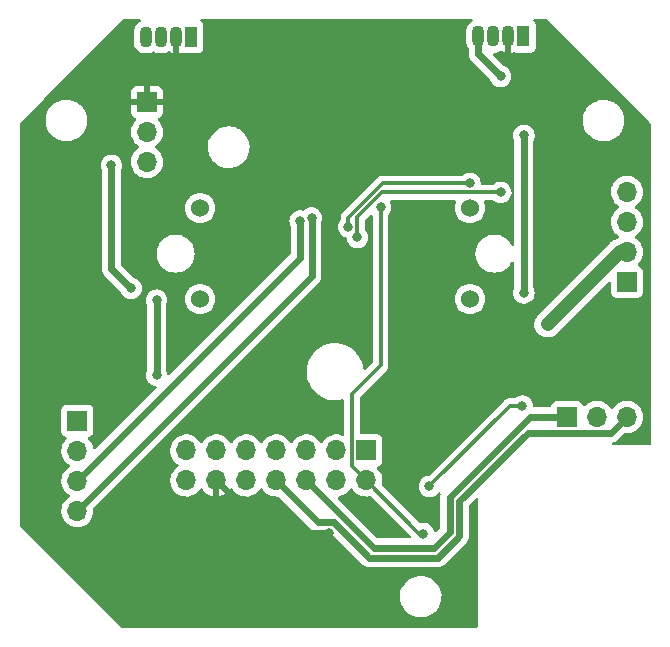
<source format=gbr>
%TF.GenerationSoftware,KiCad,Pcbnew,(6.0.9)*%
%TF.CreationDate,2023-01-27T17:05:39-09:00*%
%TF.ProjectId,GAUGE_Standby Altimeter,47415547-455f-4537-9461-6e6462792041,rev?*%
%TF.SameCoordinates,Original*%
%TF.FileFunction,Copper,L2,Bot*%
%TF.FilePolarity,Positive*%
%FSLAX46Y46*%
G04 Gerber Fmt 4.6, Leading zero omitted, Abs format (unit mm)*
G04 Created by KiCad (PCBNEW (6.0.9)) date 2023-01-27 17:05:39*
%MOMM*%
%LPD*%
G01*
G04 APERTURE LIST*
%TA.AperFunction,ComponentPad*%
%ADD10O,1.700000X1.700000*%
%TD*%
%TA.AperFunction,ComponentPad*%
%ADD11R,1.700000X1.700000*%
%TD*%
%TA.AperFunction,ComponentPad*%
%ADD12O,1.070000X1.800000*%
%TD*%
%TA.AperFunction,ComponentPad*%
%ADD13R,1.070000X1.800000*%
%TD*%
%TA.AperFunction,ComponentPad*%
%ADD14C,1.524000*%
%TD*%
%TA.AperFunction,ViaPad*%
%ADD15C,0.800000*%
%TD*%
%TA.AperFunction,Conductor*%
%ADD16C,1.219200*%
%TD*%
%TA.AperFunction,Conductor*%
%ADD17C,0.609600*%
%TD*%
%TA.AperFunction,Conductor*%
%ADD18C,0.304800*%
%TD*%
G04 APERTURE END LIST*
D10*
%TO.P,J1,14*%
%TO.N,GND*%
X176262018Y-106477987D03*
%TO.P,J1,13*%
%TO.N,/LED_DIN*%
X176262018Y-103937987D03*
%TO.P,J1,12*%
%TO.N,+5V*%
X178802018Y-106477987D03*
%TO.P,J1,11*%
%TO.N,/ZERO_DETECT*%
X178802018Y-103937987D03*
%TO.P,J1,10*%
%TO.N,+3V3*%
X181342018Y-106477987D03*
%TO.P,J1,9*%
%TO.N,/COIL2*%
X181342018Y-103937987D03*
%TO.P,J1,8*%
%TO.N,/CH_B*%
X183882018Y-106477987D03*
%TO.P,J1,7*%
%TO.N,/COIL1*%
X183882018Y-103937987D03*
%TO.P,J1,6*%
%TO.N,/CH_A*%
X186422018Y-106477987D03*
%TO.P,J1,5*%
%TO.N,/COIL4*%
X186422018Y-103937987D03*
%TO.P,J1,4*%
%TO.N,/SDA*%
X188962018Y-106477987D03*
%TO.P,J1,3*%
%TO.N,/COIL3*%
X188962018Y-103937987D03*
%TO.P,J1,2*%
%TO.N,/SCL*%
X191502018Y-106477987D03*
D11*
%TO.P,J1,1*%
%TO.N,/LED_DOUT*%
X191502018Y-103937987D03*
%TD*%
D12*
%TO.P,D2,4*%
%TO.N,/LED_DOUT*%
X200989807Y-68880574D03*
%TO.P,D2,3*%
%TO.N,GND*%
X202259807Y-68880574D03*
%TO.P,D2,2*%
%TO.N,+5V*%
X203529807Y-68880574D03*
D13*
%TO.P,D2,1*%
%TO.N,Net-(D1-Pad4)*%
X204799807Y-68880574D03*
%TD*%
D12*
%TO.P,D1,4*%
%TO.N,Net-(D1-Pad4)*%
X172834309Y-68912574D03*
%TO.P,D1,3*%
%TO.N,GND*%
X174104309Y-68912574D03*
%TO.P,D1,2*%
%TO.N,+5V*%
X175374309Y-68912574D03*
D13*
%TO.P,D1,1*%
%TO.N,/LED_DIN*%
X176644309Y-68912574D03*
%TD*%
D14*
%TO.P,M1,4*%
%TO.N,/COIL4*%
X200272058Y-83413953D03*
%TO.P,M1,3*%
%TO.N,/COIL3*%
X200272058Y-91113953D03*
%TO.P,M1,2*%
%TO.N,/COIL2*%
X177422058Y-91113953D03*
%TO.P,M1,1*%
%TO.N,/COIL1*%
X177422058Y-83413953D03*
%TD*%
D10*
%TO.P,J3,3*%
%TO.N,GND*%
X172925515Y-79515452D03*
%TO.P,J3,2*%
%TO.N,/ZERO_DETECT*%
X172925515Y-76975452D03*
D11*
%TO.P,J3,1*%
%TO.N,+5V*%
X172925515Y-74435452D03*
%TD*%
D10*
%TO.P,J2,3*%
%TO.N,/CH_B*%
X213565515Y-101105452D03*
%TO.P,J2,2*%
%TO.N,GND*%
X211025515Y-101105452D03*
D11*
%TO.P,J2,1*%
%TO.N,/CH_A*%
X208485515Y-101105452D03*
%TD*%
D10*
%TO.P,DS2,4*%
%TO.N,/SD1*%
X213565515Y-82055452D03*
%TO.P,DS2,3*%
%TO.N,/SC1*%
X213565515Y-84595452D03*
%TO.P,DS2,2*%
%TO.N,+3V3*%
X213565515Y-87135452D03*
D11*
%TO.P,DS2,1*%
%TO.N,GND*%
X213565515Y-89675452D03*
%TD*%
D10*
%TO.P,DS1,4*%
%TO.N,/SD0*%
X167028601Y-109047091D03*
%TO.P,DS1,3*%
%TO.N,/SC0*%
X167028601Y-106507091D03*
%TO.P,DS1,2*%
%TO.N,+3V3*%
X167028601Y-103967091D03*
D11*
%TO.P,DS1,1*%
%TO.N,GND*%
X167028601Y-101427091D03*
%TD*%
D15*
%TO.N,+3V3*%
X206841358Y-93242327D03*
%TO.N,/ZERO_DETECT*%
X173742257Y-91217748D03*
X173742257Y-97567748D03*
%TO.N,+5V*%
X185088518Y-81458987D03*
X195439018Y-79617487D03*
X188327018Y-110922987D03*
X191653981Y-109804952D03*
%TO.N,/SD0*%
X186866518Y-84252987D03*
%TO.N,/SC0*%
X185898783Y-84505006D03*
%TO.N,/SD1*%
X189978018Y-85014987D03*
X200265018Y-81331987D03*
%TO.N,/SC1*%
X202868518Y-82093987D03*
X190740018Y-85903987D03*
%TO.N,/SCL*%
X192700803Y-83356272D03*
X196313468Y-110970721D03*
%TO.N,/SDA*%
X196836018Y-106985987D03*
X204710018Y-100191487D03*
%TO.N,/LED_DIN*%
X171570714Y-90214291D03*
X169911992Y-79807987D03*
%TO.N,/LED_DOUT*%
X204837018Y-90602987D03*
X202859819Y-72260186D03*
X204837018Y-77267987D03*
%TD*%
D16*
%TO.N,+3V3*%
X212948233Y-87135452D02*
X206841358Y-93242327D01*
X213565515Y-87135452D02*
X212948233Y-87135452D01*
D17*
%TO.N,/CH_B*%
X199367949Y-111187018D02*
X197552371Y-113002596D01*
X213565515Y-101105452D02*
X212210714Y-102460253D01*
X212210714Y-102460253D02*
X205163683Y-102460253D01*
X205163683Y-102460253D02*
X199367949Y-108255987D01*
X197552371Y-113002596D02*
X191745735Y-113002596D01*
X191745735Y-113002596D02*
X188761324Y-110018185D01*
X188761324Y-110018185D02*
X187422216Y-110018185D01*
X199367949Y-108255987D02*
X199367949Y-111187018D01*
X187422216Y-110018185D02*
X183882018Y-106477987D01*
%TO.N,/CH_A*%
X198558338Y-107920636D02*
X205373522Y-101105452D01*
X205373522Y-101105452D02*
X208485515Y-101105452D01*
X198558338Y-107920636D02*
X198558338Y-110851667D01*
X198558338Y-110851667D02*
X197217018Y-112192987D01*
X192137018Y-112192987D02*
X186422018Y-106477987D01*
X197217018Y-112192987D02*
X192137018Y-112192987D01*
%TO.N,/ZERO_DETECT*%
X173742257Y-91217748D02*
X173742257Y-97567748D01*
%TO.N,+5V*%
X183247018Y-110922987D02*
X188327018Y-110922987D01*
X178802018Y-106477987D02*
X183247018Y-110922987D01*
%TO.N,/SD0*%
X167028601Y-109047091D02*
X186866518Y-89209174D01*
X186866518Y-89209174D02*
X186866518Y-84252987D01*
%TO.N,/SC0*%
X167028601Y-106507091D02*
X185898783Y-87636909D01*
X185898783Y-87636909D02*
X185898783Y-84505006D01*
D18*
%TO.N,/SD1*%
X189978018Y-85014987D02*
X189978018Y-84237577D01*
X189978018Y-84237577D02*
X192883608Y-81331987D01*
X192883608Y-81331987D02*
X200265018Y-81331987D01*
%TO.N,/SC1*%
X202868518Y-82093987D02*
X192835518Y-82093987D01*
X190740018Y-84189487D02*
X190740018Y-85903987D01*
X192835518Y-82093987D02*
X190740018Y-84189487D01*
%TO.N,/SCL*%
X190299617Y-105275586D02*
X191502018Y-106477987D01*
X190299617Y-99144948D02*
X190299617Y-105275586D01*
X192700803Y-96743762D02*
X190299617Y-99144948D01*
X192700803Y-83356272D02*
X192700803Y-96743762D01*
X191502018Y-106477987D02*
X195994752Y-110970721D01*
X195994752Y-110970721D02*
X196313468Y-110970721D01*
%TO.N,/SDA*%
X203630518Y-100191487D02*
X196836018Y-106985987D01*
X204710018Y-100191487D02*
X203630518Y-100191487D01*
D17*
%TO.N,/LED_DIN*%
X171570714Y-90214291D02*
X169911992Y-88555569D01*
X169911992Y-88555569D02*
X169911992Y-79807987D01*
%TO.N,/LED_DOUT*%
X200989807Y-70390174D02*
X200989807Y-68880574D01*
X204837018Y-90602987D02*
X204837018Y-77267987D01*
X202859819Y-72260186D02*
X200989807Y-70390174D01*
%TD*%
%TA.AperFunction,Conductor*%
%TO.N,+5V*%
G36*
X172353019Y-67409076D02*
G01*
X172399512Y-67462732D01*
X172409616Y-67533006D01*
X172380122Y-67597586D01*
X172343273Y-67626736D01*
X172265622Y-67667331D01*
X172265618Y-67667334D01*
X172260162Y-67670186D01*
X172255364Y-67674044D01*
X172255362Y-67674045D01*
X172130698Y-67774277D01*
X172100678Y-67798414D01*
X171969137Y-67955178D01*
X171870551Y-68134507D01*
X171808673Y-68329568D01*
X171790809Y-68488830D01*
X171790809Y-69329069D01*
X171805729Y-69481238D01*
X171864877Y-69677145D01*
X171867771Y-69682587D01*
X171947271Y-69832105D01*
X171960950Y-69857832D01*
X171964840Y-69862602D01*
X171964843Y-69862606D01*
X172086394Y-70011642D01*
X172086397Y-70011645D01*
X172090289Y-70016417D01*
X172095037Y-70020344D01*
X172095038Y-70020346D01*
X172142100Y-70059279D01*
X172247968Y-70146861D01*
X172427980Y-70244193D01*
X172623469Y-70304707D01*
X172629591Y-70305350D01*
X172629594Y-70305351D01*
X172820860Y-70325453D01*
X172820862Y-70325453D01*
X172826989Y-70326097D01*
X172912375Y-70318326D01*
X173024648Y-70308109D01*
X173024651Y-70308108D01*
X173030787Y-70307550D01*
X173036693Y-70305812D01*
X173036697Y-70305811D01*
X173151628Y-70271985D01*
X173227102Y-70249772D01*
X173232560Y-70246919D01*
X173232564Y-70246917D01*
X173408456Y-70154962D01*
X173409264Y-70156508D01*
X173469269Y-70138343D01*
X173530252Y-70153503D01*
X173535542Y-70156363D01*
X173697980Y-70244193D01*
X173893469Y-70304707D01*
X173899591Y-70305350D01*
X173899594Y-70305351D01*
X174090860Y-70325453D01*
X174090862Y-70325453D01*
X174096989Y-70326097D01*
X174182375Y-70318326D01*
X174294648Y-70308109D01*
X174294651Y-70308108D01*
X174300787Y-70307550D01*
X174306693Y-70305812D01*
X174306697Y-70305811D01*
X174421628Y-70271985D01*
X174497102Y-70249772D01*
X174502560Y-70246919D01*
X174502564Y-70246917D01*
X174678456Y-70154962D01*
X174679189Y-70156363D01*
X174739751Y-70138031D01*
X174800729Y-70153192D01*
X174962749Y-70240797D01*
X174974064Y-70245553D01*
X175103001Y-70285466D01*
X175117104Y-70285672D01*
X175120309Y-70278917D01*
X175120309Y-69545462D01*
X175126208Y-69507361D01*
X175128083Y-69501452D01*
X175128084Y-69501445D01*
X175129945Y-69495580D01*
X175147809Y-69336318D01*
X175147809Y-68784574D01*
X175167811Y-68716453D01*
X175221467Y-68669960D01*
X175273809Y-68658574D01*
X175474809Y-68658574D01*
X175542930Y-68678576D01*
X175589423Y-68732232D01*
X175600809Y-68784574D01*
X175600809Y-69860708D01*
X175607564Y-69922890D01*
X175610338Y-69930289D01*
X175620291Y-69956839D01*
X175628309Y-70001069D01*
X175628309Y-70271985D01*
X175632282Y-70285516D01*
X175640076Y-70286636D01*
X175764187Y-70250108D01*
X175835184Y-70250062D01*
X175857347Y-70259249D01*
X175862604Y-70263189D01*
X175998993Y-70314319D01*
X176061175Y-70321074D01*
X177227443Y-70321074D01*
X177289625Y-70314319D01*
X177426014Y-70263189D01*
X177542570Y-70175835D01*
X177629924Y-70059279D01*
X177681054Y-69922890D01*
X177687809Y-69860708D01*
X177687809Y-67964440D01*
X177681054Y-67902258D01*
X177629924Y-67765869D01*
X177542570Y-67649313D01*
X177497987Y-67615900D01*
X177455472Y-67559041D01*
X177450446Y-67488223D01*
X177484506Y-67425929D01*
X177546837Y-67391939D01*
X177573552Y-67389074D01*
X200379186Y-67389074D01*
X200447307Y-67409076D01*
X200493800Y-67462732D01*
X200503904Y-67533006D01*
X200474410Y-67597586D01*
X200437561Y-67626736D01*
X200421120Y-67635331D01*
X200421116Y-67635334D01*
X200415660Y-67638186D01*
X200410862Y-67642044D01*
X200410860Y-67642045D01*
X200296654Y-67733869D01*
X200256176Y-67766414D01*
X200124635Y-67923178D01*
X200026049Y-68102507D01*
X200024188Y-68108374D01*
X200024187Y-68108376D01*
X199995110Y-68200037D01*
X199964171Y-68297568D01*
X199946307Y-68456830D01*
X199946307Y-69297069D01*
X199961227Y-69449238D01*
X200020375Y-69645145D01*
X200116448Y-69825832D01*
X200147663Y-69864105D01*
X200148150Y-69864702D01*
X200175704Y-69930133D01*
X200176507Y-69944338D01*
X200176507Y-70380957D01*
X200176500Y-70382277D01*
X200175551Y-70472883D01*
X200177040Y-70479770D01*
X200184774Y-70515539D01*
X200186835Y-70528123D01*
X200191700Y-70571499D01*
X200194015Y-70578146D01*
X200202809Y-70603400D01*
X200206971Y-70618210D01*
X200214109Y-70651225D01*
X200217087Y-70657612D01*
X200217088Y-70657614D01*
X200232559Y-70690793D01*
X200237354Y-70702601D01*
X200251706Y-70743813D01*
X200255439Y-70749787D01*
X200269604Y-70772456D01*
X200276940Y-70785966D01*
X200291222Y-70816593D01*
X200310603Y-70841579D01*
X200317976Y-70851084D01*
X200325269Y-70861538D01*
X200348396Y-70898550D01*
X200353361Y-70903549D01*
X200353362Y-70903551D01*
X200377163Y-70927518D01*
X200377760Y-70928156D01*
X200378280Y-70928827D01*
X200404538Y-70955085D01*
X200476966Y-71028020D01*
X200478007Y-71028680D01*
X200479242Y-71029789D01*
X201976994Y-72527541D01*
X202007732Y-72577699D01*
X202025292Y-72631742D01*
X202120779Y-72797130D01*
X202248566Y-72939052D01*
X202403067Y-73051304D01*
X202409095Y-73053988D01*
X202409097Y-73053989D01*
X202492226Y-73091000D01*
X202577531Y-73128980D01*
X202670932Y-73148833D01*
X202757875Y-73167314D01*
X202757880Y-73167314D01*
X202764332Y-73168686D01*
X202955306Y-73168686D01*
X202961758Y-73167314D01*
X202961763Y-73167314D01*
X203048706Y-73148833D01*
X203142107Y-73128980D01*
X203227412Y-73091000D01*
X203310541Y-73053989D01*
X203310543Y-73053988D01*
X203316571Y-73051304D01*
X203471072Y-72939052D01*
X203598859Y-72797130D01*
X203694346Y-72631742D01*
X203753361Y-72450114D01*
X203773323Y-72260186D01*
X203753361Y-72070258D01*
X203694346Y-71888630D01*
X203598859Y-71723242D01*
X203471072Y-71581320D01*
X203316571Y-71469068D01*
X203310543Y-71466384D01*
X203310541Y-71466383D01*
X203161812Y-71400165D01*
X203123966Y-71374153D01*
X202251506Y-70501693D01*
X202217480Y-70439381D01*
X202222545Y-70368566D01*
X202265092Y-70311730D01*
X202329181Y-70287117D01*
X202391872Y-70281412D01*
X202450145Y-70276109D01*
X202450147Y-70276109D01*
X202456285Y-70275550D01*
X202462191Y-70273812D01*
X202462195Y-70273811D01*
X202577126Y-70239985D01*
X202652600Y-70217772D01*
X202658058Y-70214919D01*
X202658062Y-70214917D01*
X202833954Y-70122962D01*
X202834687Y-70124363D01*
X202895249Y-70106031D01*
X202956227Y-70121192D01*
X203118247Y-70208797D01*
X203129562Y-70213553D01*
X203258499Y-70253466D01*
X203272602Y-70253672D01*
X203275807Y-70246917D01*
X203275807Y-69513462D01*
X203281706Y-69475361D01*
X203283581Y-69469452D01*
X203283582Y-69469445D01*
X203285443Y-69463580D01*
X203303307Y-69304318D01*
X203303307Y-68752574D01*
X203323309Y-68684453D01*
X203376965Y-68637960D01*
X203429307Y-68626574D01*
X203630307Y-68626574D01*
X203698428Y-68646576D01*
X203744921Y-68700232D01*
X203756307Y-68752574D01*
X203756307Y-69828708D01*
X203763062Y-69890890D01*
X203765836Y-69898289D01*
X203775789Y-69924839D01*
X203783807Y-69969069D01*
X203783807Y-70239985D01*
X203787780Y-70253516D01*
X203795574Y-70254636D01*
X203919685Y-70218108D01*
X203990682Y-70218062D01*
X204012845Y-70227249D01*
X204018102Y-70231189D01*
X204154491Y-70282319D01*
X204216673Y-70289074D01*
X205382941Y-70289074D01*
X205445123Y-70282319D01*
X205581512Y-70231189D01*
X205698068Y-70143835D01*
X205785422Y-70027279D01*
X205836552Y-69890890D01*
X205843307Y-69828708D01*
X205843307Y-67932440D01*
X205836552Y-67870258D01*
X205785422Y-67733869D01*
X205698068Y-67617313D01*
X205690888Y-67611932D01*
X205684538Y-67605582D01*
X205686785Y-67603335D01*
X205653664Y-67559030D01*
X205648645Y-67488211D01*
X205682710Y-67425921D01*
X205745045Y-67391936D01*
X205771748Y-67389074D01*
X206685285Y-67389074D01*
X206753406Y-67409076D01*
X206774380Y-67425979D01*
X215520110Y-76171709D01*
X215554136Y-76234021D01*
X215557015Y-76260804D01*
X215557015Y-103386030D01*
X215537013Y-103454151D01*
X215483357Y-103500644D01*
X215431015Y-103512030D01*
X212384194Y-103512030D01*
X212316073Y-103492028D01*
X212269580Y-103438372D01*
X212259476Y-103368098D01*
X212288970Y-103303518D01*
X212348696Y-103265134D01*
X212370150Y-103260815D01*
X212385043Y-103259145D01*
X212385046Y-103259144D01*
X212392039Y-103258360D01*
X212423940Y-103247251D01*
X212438750Y-103243089D01*
X212471765Y-103235951D01*
X212478154Y-103232972D01*
X212511333Y-103217501D01*
X212523143Y-103212705D01*
X212564353Y-103198354D01*
X212592997Y-103180455D01*
X212606506Y-103173120D01*
X212637133Y-103158838D01*
X212671624Y-103132084D01*
X212682080Y-103124790D01*
X212713114Y-103105398D01*
X212719090Y-103101664D01*
X212736477Y-103084398D01*
X212748058Y-103072897D01*
X212748696Y-103072300D01*
X212749367Y-103071780D01*
X212775625Y-103045522D01*
X212781334Y-103039853D01*
X212846049Y-102975588D01*
X212846053Y-102975584D01*
X212848560Y-102973094D01*
X212849220Y-102972053D01*
X212850329Y-102970818D01*
X213324781Y-102496366D01*
X213387093Y-102462340D01*
X213418490Y-102459546D01*
X213517225Y-102463167D01*
X213622188Y-102467016D01*
X213622192Y-102467016D01*
X213627352Y-102467205D01*
X213632472Y-102466549D01*
X213632474Y-102466549D01*
X213843803Y-102439477D01*
X213843804Y-102439477D01*
X213848931Y-102438820D01*
X213853881Y-102437335D01*
X214057944Y-102376113D01*
X214057949Y-102376111D01*
X214062899Y-102374626D01*
X214263509Y-102276348D01*
X214445375Y-102146625D01*
X214603611Y-101988941D01*
X214733968Y-101807529D01*
X214832945Y-101607263D01*
X214897885Y-101393521D01*
X214927044Y-101172042D01*
X214927126Y-101168692D01*
X214928589Y-101108817D01*
X214928589Y-101108813D01*
X214928671Y-101105452D01*
X214910367Y-100882813D01*
X214855946Y-100666154D01*
X214766869Y-100461292D01*
X214727421Y-100400314D01*
X214648337Y-100278069D01*
X214648335Y-100278066D01*
X214645529Y-100273729D01*
X214495185Y-100108503D01*
X214491134Y-100105304D01*
X214491130Y-100105300D01*
X214323929Y-99973252D01*
X214323925Y-99973250D01*
X214319874Y-99970050D01*
X214124304Y-99862090D01*
X214119435Y-99860366D01*
X214119431Y-99860364D01*
X213918602Y-99789247D01*
X213918598Y-99789246D01*
X213913727Y-99787521D01*
X213908634Y-99786614D01*
X213908631Y-99786613D01*
X213698888Y-99749252D01*
X213698882Y-99749251D01*
X213693799Y-99748346D01*
X213619967Y-99747444D01*
X213475596Y-99745680D01*
X213475594Y-99745680D01*
X213470426Y-99745617D01*
X213249606Y-99779407D01*
X213037271Y-99848809D01*
X212839122Y-99951959D01*
X212834989Y-99955062D01*
X212834986Y-99955064D01*
X212671091Y-100078120D01*
X212660480Y-100086087D01*
X212621883Y-100126476D01*
X212549244Y-100202489D01*
X212506144Y-100247590D01*
X212398716Y-100405073D01*
X212343808Y-100450073D01*
X212273283Y-100458244D01*
X212209536Y-100426990D01*
X212188839Y-100402506D01*
X212108337Y-100278069D01*
X212108335Y-100278066D01*
X212105529Y-100273729D01*
X211955185Y-100108503D01*
X211951134Y-100105304D01*
X211951130Y-100105300D01*
X211783929Y-99973252D01*
X211783925Y-99973250D01*
X211779874Y-99970050D01*
X211584304Y-99862090D01*
X211579435Y-99860366D01*
X211579431Y-99860364D01*
X211378602Y-99789247D01*
X211378598Y-99789246D01*
X211373727Y-99787521D01*
X211368634Y-99786614D01*
X211368631Y-99786613D01*
X211158888Y-99749252D01*
X211158882Y-99749251D01*
X211153799Y-99748346D01*
X211079967Y-99747444D01*
X210935596Y-99745680D01*
X210935594Y-99745680D01*
X210930426Y-99745617D01*
X210709606Y-99779407D01*
X210497271Y-99848809D01*
X210299122Y-99951959D01*
X210294989Y-99955062D01*
X210294986Y-99955064D01*
X210131091Y-100078120D01*
X210120480Y-100086087D01*
X210064052Y-100145136D01*
X210039798Y-100170516D01*
X209978274Y-100205946D01*
X209907361Y-100202489D01*
X209849575Y-100161243D01*
X209830722Y-100127695D01*
X209789282Y-100017155D01*
X209786130Y-100008747D01*
X209698776Y-99892191D01*
X209582220Y-99804837D01*
X209445831Y-99753707D01*
X209383649Y-99746952D01*
X207587381Y-99746952D01*
X207525199Y-99753707D01*
X207388810Y-99804837D01*
X207272254Y-99892191D01*
X207184900Y-100008747D01*
X207133770Y-100145136D01*
X207131013Y-100170516D01*
X207130009Y-100179759D01*
X207102768Y-100245321D01*
X207044405Y-100285748D01*
X207004746Y-100292152D01*
X205747553Y-100292152D01*
X205679432Y-100272150D01*
X205632939Y-100218494D01*
X205622243Y-100179322D01*
X205621318Y-100170516D01*
X205605199Y-100017155D01*
X205604250Y-100008122D01*
X205604250Y-100008120D01*
X205603560Y-100001559D01*
X205544545Y-99819931D01*
X205535831Y-99804837D01*
X205503179Y-99748283D01*
X205449058Y-99654543D01*
X205420388Y-99622701D01*
X205325693Y-99517532D01*
X205325692Y-99517531D01*
X205321271Y-99512621D01*
X205166770Y-99400369D01*
X205160742Y-99397685D01*
X205160740Y-99397684D01*
X204998337Y-99325378D01*
X204998336Y-99325378D01*
X204992306Y-99322693D01*
X204898905Y-99302840D01*
X204811962Y-99284359D01*
X204811957Y-99284359D01*
X204805505Y-99282987D01*
X204614531Y-99282987D01*
X204608079Y-99284359D01*
X204608074Y-99284359D01*
X204521131Y-99302840D01*
X204427730Y-99322693D01*
X204421700Y-99325378D01*
X204421699Y-99325378D01*
X204259296Y-99397684D01*
X204259294Y-99397685D01*
X204253266Y-99400369D01*
X204247925Y-99404249D01*
X204247924Y-99404250D01*
X204107158Y-99506523D01*
X204040290Y-99530381D01*
X204033097Y-99530587D01*
X203657781Y-99530587D01*
X203649210Y-99530295D01*
X203595675Y-99526645D01*
X203588198Y-99527950D01*
X203588197Y-99527950D01*
X203573088Y-99530587D01*
X203537171Y-99536856D01*
X203530653Y-99537817D01*
X203512295Y-99540039D01*
X203479256Y-99544037D01*
X203479254Y-99544037D01*
X203471713Y-99544950D01*
X203464605Y-99547636D01*
X203457639Y-99549347D01*
X203452450Y-99550766D01*
X203445571Y-99552843D01*
X203438094Y-99554148D01*
X203431142Y-99557200D01*
X203431141Y-99557200D01*
X203383738Y-99578009D01*
X203377629Y-99580502D01*
X203329182Y-99598808D01*
X203329180Y-99598809D01*
X203322077Y-99601493D01*
X203315820Y-99605793D01*
X203309443Y-99609127D01*
X203304773Y-99611727D01*
X203298576Y-99615392D01*
X203291621Y-99618445D01*
X203285597Y-99623067D01*
X203285596Y-99623068D01*
X203244513Y-99654593D01*
X203239175Y-99658471D01*
X203196506Y-99687796D01*
X203196504Y-99687798D01*
X203190247Y-99692098D01*
X203185195Y-99697768D01*
X203185194Y-99697769D01*
X203151750Y-99735306D01*
X203146769Y-99740582D01*
X196846770Y-106040582D01*
X196784458Y-106074608D01*
X196757675Y-106077487D01*
X196740531Y-106077487D01*
X196734079Y-106078859D01*
X196734074Y-106078859D01*
X196647130Y-106097340D01*
X196553730Y-106117193D01*
X196547700Y-106119878D01*
X196547699Y-106119878D01*
X196385296Y-106192184D01*
X196385294Y-106192185D01*
X196379266Y-106194869D01*
X196224765Y-106307121D01*
X196096978Y-106449043D01*
X196001491Y-106614431D01*
X195942476Y-106796059D01*
X195941786Y-106802620D01*
X195941786Y-106802622D01*
X195933592Y-106880583D01*
X195922514Y-106985987D01*
X195923204Y-106992552D01*
X195938475Y-107137844D01*
X195942476Y-107175915D01*
X196001491Y-107357543D01*
X196096978Y-107522931D01*
X196101396Y-107527838D01*
X196101397Y-107527839D01*
X196211325Y-107649926D01*
X196224765Y-107664853D01*
X196302821Y-107721564D01*
X196371545Y-107771495D01*
X196379266Y-107777105D01*
X196385294Y-107779789D01*
X196385296Y-107779790D01*
X196519947Y-107839740D01*
X196553730Y-107854781D01*
X196632189Y-107871458D01*
X196734074Y-107893115D01*
X196734079Y-107893115D01*
X196740531Y-107894487D01*
X196931505Y-107894487D01*
X196937957Y-107893115D01*
X196937962Y-107893115D01*
X197039847Y-107871458D01*
X197118306Y-107854781D01*
X197152089Y-107839740D01*
X197286740Y-107779790D01*
X197286742Y-107779789D01*
X197292770Y-107777105D01*
X197300492Y-107771495D01*
X197369215Y-107721564D01*
X197447271Y-107664853D01*
X197461651Y-107648883D01*
X197574308Y-107523764D01*
X197634754Y-107486524D01*
X197705738Y-107487876D01*
X197764722Y-107527389D01*
X197792980Y-107592520D01*
X197787072Y-107647309D01*
X197786361Y-107648780D01*
X197778761Y-107681700D01*
X197774395Y-107696435D01*
X197765249Y-107721564D01*
X197765247Y-107721570D01*
X197762840Y-107728185D01*
X197760255Y-107748648D01*
X197757369Y-107771495D01*
X197755135Y-107784036D01*
X197745316Y-107826566D01*
X197745291Y-107833612D01*
X197745291Y-107833615D01*
X197745173Y-107867377D01*
X197745143Y-107868270D01*
X197745038Y-107869106D01*
X197745038Y-107906196D01*
X197744679Y-108009028D01*
X197744949Y-108010234D01*
X197745038Y-108011883D01*
X197745038Y-110462597D01*
X197725036Y-110530718D01*
X197708133Y-110551692D01*
X197418206Y-110841619D01*
X197355894Y-110875645D01*
X197285079Y-110870580D01*
X197228243Y-110828033D01*
X197207072Y-110781386D01*
X197207010Y-110780793D01*
X197147995Y-110599165D01*
X197137967Y-110581795D01*
X197055809Y-110439495D01*
X197052508Y-110433777D01*
X197021758Y-110399625D01*
X196929143Y-110296766D01*
X196929142Y-110296765D01*
X196924721Y-110291855D01*
X196770220Y-110179603D01*
X196764192Y-110176919D01*
X196764190Y-110176918D01*
X196601787Y-110104612D01*
X196601786Y-110104612D01*
X196595756Y-110101927D01*
X196502356Y-110082074D01*
X196415412Y-110063593D01*
X196415407Y-110063593D01*
X196408955Y-110062221D01*
X196217981Y-110062221D01*
X196211529Y-110063593D01*
X196211524Y-110063593D01*
X196122369Y-110082544D01*
X196051578Y-110077142D01*
X196007077Y-110048392D01*
X192862265Y-106903581D01*
X192828239Y-106841269D01*
X192830803Y-106777856D01*
X192834388Y-106766056D01*
X192863547Y-106544577D01*
X192865174Y-106477987D01*
X192846870Y-106255348D01*
X192792449Y-106038689D01*
X192703372Y-105833827D01*
X192663924Y-105772849D01*
X192584840Y-105650604D01*
X192584838Y-105650601D01*
X192582032Y-105646264D01*
X192578550Y-105642437D01*
X192434816Y-105484475D01*
X192403764Y-105420629D01*
X192412159Y-105350130D01*
X192457335Y-105295362D01*
X192483779Y-105281693D01*
X192590315Y-105241754D01*
X192598723Y-105238602D01*
X192715279Y-105151248D01*
X192802633Y-105034692D01*
X192853763Y-104898303D01*
X192860518Y-104836121D01*
X192860518Y-103039853D01*
X192853763Y-102977671D01*
X192802633Y-102841282D01*
X192715279Y-102724726D01*
X192598723Y-102637372D01*
X192462334Y-102586242D01*
X192400152Y-102579487D01*
X191086517Y-102579487D01*
X191018396Y-102559485D01*
X190971903Y-102505829D01*
X190960517Y-102453487D01*
X190960517Y-99470892D01*
X190980519Y-99402771D01*
X190997422Y-99381797D01*
X193148842Y-97230376D01*
X193155108Y-97224522D01*
X193189828Y-97194234D01*
X193195555Y-97189238D01*
X193229692Y-97140665D01*
X193233624Y-97135370D01*
X193265578Y-97094619D01*
X193265579Y-97094618D01*
X193270266Y-97088640D01*
X193273393Y-97081713D01*
X193277122Y-97075556D01*
X193279757Y-97070937D01*
X193283165Y-97064581D01*
X193287534Y-97058365D01*
X193309095Y-97003064D01*
X193311651Y-96996983D01*
X193317021Y-96985090D01*
X193336093Y-96942850D01*
X193337478Y-96935376D01*
X193339620Y-96928542D01*
X193341087Y-96923394D01*
X193342880Y-96916409D01*
X193345641Y-96909328D01*
X193353389Y-96850473D01*
X193354421Y-96843957D01*
X193363859Y-96793034D01*
X193363859Y-96793032D01*
X193365243Y-96785565D01*
X193361912Y-96727794D01*
X193361703Y-96720541D01*
X193361703Y-93214885D01*
X205718507Y-93214885D01*
X205733576Y-93427706D01*
X205788616Y-93633838D01*
X205881642Y-93825844D01*
X206009297Y-93996794D01*
X206166974Y-94140522D01*
X206348986Y-94251840D01*
X206548763Y-94326732D01*
X206644487Y-94343009D01*
X206753181Y-94361491D01*
X206753182Y-94361491D01*
X206759098Y-94362497D01*
X206838742Y-94360759D01*
X206966403Y-94357973D01*
X206966404Y-94357973D01*
X206972401Y-94357842D01*
X206978260Y-94356581D01*
X206978265Y-94356580D01*
X207175114Y-94314200D01*
X207180976Y-94312938D01*
X207186495Y-94310590D01*
X207186497Y-94310589D01*
X207331915Y-94248712D01*
X207377296Y-94229402D01*
X207554278Y-94110250D01*
X207558448Y-94106469D01*
X211991920Y-89672998D01*
X212054232Y-89638972D01*
X212125047Y-89644037D01*
X212181883Y-89686584D01*
X212206694Y-89753104D01*
X212207015Y-89762093D01*
X212207015Y-90573586D01*
X212213770Y-90635768D01*
X212264900Y-90772157D01*
X212352254Y-90888713D01*
X212468810Y-90976067D01*
X212605199Y-91027197D01*
X212667381Y-91033952D01*
X214463649Y-91033952D01*
X214525831Y-91027197D01*
X214662220Y-90976067D01*
X214778776Y-90888713D01*
X214866130Y-90772157D01*
X214917260Y-90635768D01*
X214924015Y-90573586D01*
X214924015Y-88777318D01*
X214917260Y-88715136D01*
X214866130Y-88578747D01*
X214778776Y-88462191D01*
X214662220Y-88374837D01*
X214649647Y-88370124D01*
X214543718Y-88330412D01*
X214486954Y-88287770D01*
X214462254Y-88221208D01*
X214477462Y-88151860D01*
X214499008Y-88123179D01*
X214599950Y-88022589D01*
X214603611Y-88018941D01*
X214616737Y-88000675D01*
X214730950Y-87841729D01*
X214733968Y-87837529D01*
X214832945Y-87637263D01*
X214897885Y-87423521D01*
X214927044Y-87202042D01*
X214928671Y-87135452D01*
X214910367Y-86912813D01*
X214855946Y-86696154D01*
X214766869Y-86491292D01*
X214645529Y-86303729D01*
X214495185Y-86138503D01*
X214491134Y-86135304D01*
X214491130Y-86135300D01*
X214323929Y-86003252D01*
X214323925Y-86003250D01*
X214319874Y-86000050D01*
X214278568Y-85977248D01*
X214228599Y-85926816D01*
X214213827Y-85857373D01*
X214238943Y-85790968D01*
X214266295Y-85764361D01*
X214327615Y-85720622D01*
X214445375Y-85636625D01*
X214603611Y-85478941D01*
X214663109Y-85396141D01*
X214730950Y-85301729D01*
X214733968Y-85297529D01*
X214779741Y-85204915D01*
X214830651Y-85101905D01*
X214830652Y-85101903D01*
X214832945Y-85097263D01*
X214888829Y-84913328D01*
X214896380Y-84888475D01*
X214896380Y-84888473D01*
X214897885Y-84883521D01*
X214927044Y-84662042D01*
X214927744Y-84633410D01*
X214928589Y-84598817D01*
X214928589Y-84598813D01*
X214928671Y-84595452D01*
X214910367Y-84372813D01*
X214855946Y-84156154D01*
X214766869Y-83951292D01*
X214721674Y-83881431D01*
X214648337Y-83768069D01*
X214648335Y-83768066D01*
X214645529Y-83763729D01*
X214495185Y-83598503D01*
X214491134Y-83595304D01*
X214491130Y-83595300D01*
X214323929Y-83463252D01*
X214323925Y-83463250D01*
X214319874Y-83460050D01*
X214278568Y-83437248D01*
X214228599Y-83386816D01*
X214213827Y-83317373D01*
X214238943Y-83250968D01*
X214266295Y-83224361D01*
X214318425Y-83187177D01*
X214445375Y-83096625D01*
X214603611Y-82938941D01*
X214632442Y-82898819D01*
X214730950Y-82761729D01*
X214733968Y-82757529D01*
X214832945Y-82557263D01*
X214897885Y-82343521D01*
X214927044Y-82122042D01*
X214927726Y-82094149D01*
X214928589Y-82058817D01*
X214928589Y-82058813D01*
X214928671Y-82055452D01*
X214910367Y-81832813D01*
X214855946Y-81616154D01*
X214766869Y-81411292D01*
X214645529Y-81223729D01*
X214495185Y-81058503D01*
X214491134Y-81055304D01*
X214491130Y-81055300D01*
X214323929Y-80923252D01*
X214323925Y-80923250D01*
X214319874Y-80920050D01*
X214124304Y-80812090D01*
X214119435Y-80810366D01*
X214119431Y-80810364D01*
X213918602Y-80739247D01*
X213918598Y-80739246D01*
X213913727Y-80737521D01*
X213908634Y-80736614D01*
X213908631Y-80736613D01*
X213698888Y-80699252D01*
X213698882Y-80699251D01*
X213693799Y-80698346D01*
X213619967Y-80697444D01*
X213475596Y-80695680D01*
X213475594Y-80695680D01*
X213470426Y-80695617D01*
X213249606Y-80729407D01*
X213037271Y-80798809D01*
X212839122Y-80901959D01*
X212834989Y-80905062D01*
X212834986Y-80905064D01*
X212664615Y-81032982D01*
X212660480Y-81036087D01*
X212506144Y-81197590D01*
X212503230Y-81201862D01*
X212503229Y-81201863D01*
X212485483Y-81227878D01*
X212380258Y-81382132D01*
X212356701Y-81432881D01*
X212301346Y-81552135D01*
X212286203Y-81584757D01*
X212226504Y-81800022D01*
X212202766Y-82022147D01*
X212203063Y-82027300D01*
X212203063Y-82027303D01*
X212209508Y-82139079D01*
X212215625Y-82245167D01*
X212216762Y-82250213D01*
X212216763Y-82250219D01*
X212222878Y-82277352D01*
X212264737Y-82463091D01*
X212348781Y-82670068D01*
X212351480Y-82674472D01*
X212445896Y-82828545D01*
X212465502Y-82860540D01*
X212611765Y-83029390D01*
X212783641Y-83172084D01*
X212809470Y-83187177D01*
X212856960Y-83214928D01*
X212905684Y-83266566D01*
X212918755Y-83336349D01*
X212892024Y-83402121D01*
X212851570Y-83435479D01*
X212839122Y-83441959D01*
X212834989Y-83445062D01*
X212834986Y-83445064D01*
X212691924Y-83552478D01*
X212660480Y-83576087D01*
X212656908Y-83579825D01*
X212521271Y-83721761D01*
X212506144Y-83737590D01*
X212503230Y-83741862D01*
X212503229Y-83741863D01*
X212433982Y-83843375D01*
X212380258Y-83922132D01*
X212351368Y-83984370D01*
X212307190Y-84079545D01*
X212286203Y-84124757D01*
X212226504Y-84340022D01*
X212202766Y-84562147D01*
X212203063Y-84567300D01*
X212203063Y-84567303D01*
X212208981Y-84669931D01*
X212215625Y-84785167D01*
X212216762Y-84790213D01*
X212216763Y-84790219D01*
X212223200Y-84818781D01*
X212264737Y-85003091D01*
X212302976Y-85097263D01*
X212346689Y-85204915D01*
X212348781Y-85210068D01*
X212374597Y-85252196D01*
X212460432Y-85392266D01*
X212465502Y-85400540D01*
X212611765Y-85569390D01*
X212783641Y-85712084D01*
X212854110Y-85753263D01*
X212856960Y-85754928D01*
X212905684Y-85806566D01*
X212918755Y-85876349D01*
X212892024Y-85942121D01*
X212851570Y-85975479D01*
X212839122Y-85981959D01*
X212834989Y-85985062D01*
X212834986Y-85985064D01*
X212805367Y-86007303D01*
X212747490Y-86029723D01*
X212747703Y-86030827D01*
X212741820Y-86031960D01*
X212735844Y-86032530D01*
X212677260Y-86049717D01*
X212668315Y-86051989D01*
X212637918Y-86058533D01*
X212608615Y-86064842D01*
X212577462Y-86078097D01*
X212563613Y-86083057D01*
X212531118Y-86092590D01*
X212516356Y-86100193D01*
X212476836Y-86120547D01*
X212468479Y-86124470D01*
X212462978Y-86126811D01*
X212412295Y-86148377D01*
X212407320Y-86151726D01*
X212407317Y-86151728D01*
X212384209Y-86167285D01*
X212371534Y-86174781D01*
X212341443Y-86190279D01*
X212336726Y-86193984D01*
X212336720Y-86193988D01*
X212293415Y-86228004D01*
X212285976Y-86233420D01*
X212235313Y-86267529D01*
X212231143Y-86271310D01*
X212210323Y-86292130D01*
X212199062Y-86302120D01*
X212173662Y-86322072D01*
X212169731Y-86326602D01*
X212169730Y-86326603D01*
X212132488Y-86369521D01*
X212126417Y-86376036D01*
X206013048Y-92489405D01*
X205911293Y-92612625D01*
X205808998Y-92799857D01*
X205743954Y-93003054D01*
X205718507Y-93214885D01*
X193361703Y-93214885D01*
X193361703Y-91113953D01*
X198996705Y-91113953D01*
X199016080Y-91335416D01*
X199073618Y-91550149D01*
X199075940Y-91555130D01*
X199075941Y-91555131D01*
X199165244Y-91746642D01*
X199165247Y-91746647D01*
X199167570Y-91751629D01*
X199295081Y-91933734D01*
X199452277Y-92090930D01*
X199456785Y-92094087D01*
X199456788Y-92094089D01*
X199532553Y-92147140D01*
X199634381Y-92218441D01*
X199639363Y-92220764D01*
X199639368Y-92220767D01*
X199830880Y-92310070D01*
X199835862Y-92312393D01*
X199841170Y-92313815D01*
X199841172Y-92313816D01*
X199907007Y-92331456D01*
X200050595Y-92369931D01*
X200272058Y-92389306D01*
X200493521Y-92369931D01*
X200637109Y-92331456D01*
X200702944Y-92313816D01*
X200702946Y-92313815D01*
X200708254Y-92312393D01*
X200713236Y-92310070D01*
X200904748Y-92220767D01*
X200904753Y-92220764D01*
X200909735Y-92218441D01*
X201011563Y-92147140D01*
X201087328Y-92094089D01*
X201087331Y-92094087D01*
X201091839Y-92090930D01*
X201249035Y-91933734D01*
X201376546Y-91751629D01*
X201378869Y-91746647D01*
X201378872Y-91746642D01*
X201468175Y-91555131D01*
X201468176Y-91555130D01*
X201470498Y-91550149D01*
X201528036Y-91335416D01*
X201547411Y-91113953D01*
X201528036Y-90892490D01*
X201470498Y-90677757D01*
X201468175Y-90672775D01*
X201378872Y-90481264D01*
X201378869Y-90481259D01*
X201376546Y-90476277D01*
X201373389Y-90471768D01*
X201252194Y-90298683D01*
X201252192Y-90298680D01*
X201249035Y-90294172D01*
X201091839Y-90136976D01*
X201087331Y-90133819D01*
X201087328Y-90133817D01*
X200931011Y-90024363D01*
X200909735Y-90009465D01*
X200904753Y-90007142D01*
X200904748Y-90007139D01*
X200713236Y-89917836D01*
X200713235Y-89917835D01*
X200708254Y-89915513D01*
X200702946Y-89914091D01*
X200702944Y-89914090D01*
X200637109Y-89896450D01*
X200493521Y-89857975D01*
X200272058Y-89838600D01*
X200050595Y-89857975D01*
X199907007Y-89896450D01*
X199841172Y-89914090D01*
X199841170Y-89914091D01*
X199835862Y-89915513D01*
X199830881Y-89917835D01*
X199830880Y-89917836D01*
X199639369Y-90007139D01*
X199639364Y-90007142D01*
X199634382Y-90009465D01*
X199629875Y-90012621D01*
X199629873Y-90012622D01*
X199456788Y-90133817D01*
X199456785Y-90133819D01*
X199452277Y-90136976D01*
X199295081Y-90294172D01*
X199291924Y-90298680D01*
X199291922Y-90298683D01*
X199170727Y-90471768D01*
X199167570Y-90476277D01*
X199165247Y-90481259D01*
X199165244Y-90481264D01*
X199075941Y-90672775D01*
X199073618Y-90677757D01*
X199016080Y-90892490D01*
X198996705Y-91113953D01*
X193361703Y-91113953D01*
X193361703Y-87263953D01*
X200733584Y-87263953D01*
X200753449Y-87516356D01*
X200754603Y-87521163D01*
X200754604Y-87521169D01*
X200782476Y-87637263D01*
X200812553Y-87762544D01*
X200814446Y-87767115D01*
X200814447Y-87767117D01*
X200880007Y-87925392D01*
X200909442Y-87996455D01*
X201041730Y-88212329D01*
X201206160Y-88404851D01*
X201398682Y-88569281D01*
X201614556Y-88701569D01*
X201619126Y-88703462D01*
X201619130Y-88703464D01*
X201843894Y-88796564D01*
X201848467Y-88798458D01*
X201895423Y-88809731D01*
X202089842Y-88856407D01*
X202089848Y-88856408D01*
X202094655Y-88857562D01*
X202194474Y-88865418D01*
X202281403Y-88872260D01*
X202281410Y-88872260D01*
X202283859Y-88872453D01*
X202410257Y-88872453D01*
X202412706Y-88872260D01*
X202412713Y-88872260D01*
X202499642Y-88865418D01*
X202599461Y-88857562D01*
X202604268Y-88856408D01*
X202604274Y-88856407D01*
X202798693Y-88809731D01*
X202845649Y-88798458D01*
X202850222Y-88796564D01*
X203074986Y-88703464D01*
X203074990Y-88703462D01*
X203079560Y-88701569D01*
X203295434Y-88569281D01*
X203487956Y-88404851D01*
X203652386Y-88212329D01*
X203784674Y-87996455D01*
X203785822Y-87993683D01*
X203834196Y-87942461D01*
X203903111Y-87925392D01*
X203970313Y-87948292D01*
X204014467Y-88003888D01*
X204023718Y-88051277D01*
X204023718Y-90160904D01*
X204008022Y-90219477D01*
X204008479Y-90219680D01*
X204007195Y-90222564D01*
X204006835Y-90223907D01*
X204002491Y-90231431D01*
X203943476Y-90413059D01*
X203942786Y-90419620D01*
X203942786Y-90419622D01*
X203930660Y-90534999D01*
X203923514Y-90602987D01*
X203924204Y-90609552D01*
X203942050Y-90779343D01*
X203943476Y-90792915D01*
X204002491Y-90974543D01*
X204005794Y-90980265D01*
X204005795Y-90980266D01*
X204021862Y-91008094D01*
X204097978Y-91139931D01*
X204102396Y-91144838D01*
X204102397Y-91144839D01*
X204168045Y-91217748D01*
X204225765Y-91281853D01*
X204380266Y-91394105D01*
X204386294Y-91396789D01*
X204386296Y-91396790D01*
X204548699Y-91469096D01*
X204554730Y-91471781D01*
X204648130Y-91491634D01*
X204735074Y-91510115D01*
X204735079Y-91510115D01*
X204741531Y-91511487D01*
X204932505Y-91511487D01*
X204938957Y-91510115D01*
X204938962Y-91510115D01*
X205025906Y-91491634D01*
X205119306Y-91471781D01*
X205125337Y-91469096D01*
X205287740Y-91396790D01*
X205287742Y-91396789D01*
X205293770Y-91394105D01*
X205448271Y-91281853D01*
X205505991Y-91217748D01*
X205571639Y-91144839D01*
X205571640Y-91144838D01*
X205576058Y-91139931D01*
X205652174Y-91008094D01*
X205668241Y-90980266D01*
X205668242Y-90980265D01*
X205671545Y-90974543D01*
X205730560Y-90792915D01*
X205731987Y-90779343D01*
X205749832Y-90609552D01*
X205750522Y-90602987D01*
X205743376Y-90534999D01*
X205731250Y-90419622D01*
X205731250Y-90419620D01*
X205730560Y-90413059D01*
X205671545Y-90231431D01*
X205667201Y-90223907D01*
X205666841Y-90222564D01*
X205665557Y-90219680D01*
X205666014Y-90219477D01*
X205650318Y-90160904D01*
X205650318Y-77710070D01*
X205666014Y-77651497D01*
X205665557Y-77651294D01*
X205666841Y-77648410D01*
X205667201Y-77647067D01*
X205668241Y-77645266D01*
X205668242Y-77645265D01*
X205671545Y-77639543D01*
X205730560Y-77457915D01*
X205735699Y-77409025D01*
X205749832Y-77274552D01*
X205750522Y-77267987D01*
X205738562Y-77154190D01*
X205731250Y-77084622D01*
X205731250Y-77084620D01*
X205730560Y-77078059D01*
X205671545Y-76896431D01*
X205576058Y-76731043D01*
X205541556Y-76692724D01*
X205452693Y-76594032D01*
X205452692Y-76594031D01*
X205448271Y-76589121D01*
X205333547Y-76505769D01*
X205299112Y-76480750D01*
X205299111Y-76480749D01*
X205293770Y-76476869D01*
X205287742Y-76474185D01*
X205287740Y-76474184D01*
X205125337Y-76401878D01*
X205125336Y-76401878D01*
X205119306Y-76399193D01*
X205025905Y-76379340D01*
X204938962Y-76360859D01*
X204938957Y-76360859D01*
X204932505Y-76359487D01*
X204741531Y-76359487D01*
X204735079Y-76360859D01*
X204735074Y-76360859D01*
X204648130Y-76379340D01*
X204554730Y-76399193D01*
X204548700Y-76401878D01*
X204548699Y-76401878D01*
X204386296Y-76474184D01*
X204386294Y-76474185D01*
X204380266Y-76476869D01*
X204374925Y-76480749D01*
X204374924Y-76480750D01*
X204340489Y-76505769D01*
X204225765Y-76589121D01*
X204221344Y-76594031D01*
X204221343Y-76594032D01*
X204132481Y-76692724D01*
X204097978Y-76731043D01*
X204002491Y-76896431D01*
X203943476Y-77078059D01*
X203942786Y-77084620D01*
X203942786Y-77084622D01*
X203935474Y-77154190D01*
X203923514Y-77267987D01*
X203924204Y-77274552D01*
X203938338Y-77409025D01*
X203943476Y-77457915D01*
X204002491Y-77639543D01*
X204005794Y-77645265D01*
X204005795Y-77645266D01*
X204006835Y-77647067D01*
X204007195Y-77648410D01*
X204008479Y-77651294D01*
X204008022Y-77651497D01*
X204023718Y-77710070D01*
X204023718Y-81989345D01*
X204003716Y-82057466D01*
X203960234Y-82095144D01*
X203989732Y-82112551D01*
X204021662Y-82175962D01*
X204023718Y-82198629D01*
X204023718Y-86476629D01*
X204003716Y-86544750D01*
X203950060Y-86591243D01*
X203879786Y-86601347D01*
X203815206Y-86571853D01*
X203785894Y-86534396D01*
X203784674Y-86531451D01*
X203652386Y-86315577D01*
X203487956Y-86123055D01*
X203295434Y-85958625D01*
X203079560Y-85826337D01*
X203074990Y-85824444D01*
X203074986Y-85824442D01*
X202850222Y-85731342D01*
X202850220Y-85731341D01*
X202845649Y-85729448D01*
X202713558Y-85697736D01*
X202604274Y-85671499D01*
X202604268Y-85671498D01*
X202599461Y-85670344D01*
X202499642Y-85662488D01*
X202412713Y-85655646D01*
X202412706Y-85655646D01*
X202410257Y-85655453D01*
X202283859Y-85655453D01*
X202281410Y-85655646D01*
X202281403Y-85655646D01*
X202194474Y-85662488D01*
X202094655Y-85670344D01*
X202089848Y-85671498D01*
X202089842Y-85671499D01*
X201980558Y-85697736D01*
X201848467Y-85729448D01*
X201843896Y-85731341D01*
X201843894Y-85731342D01*
X201619130Y-85824442D01*
X201619126Y-85824444D01*
X201614556Y-85826337D01*
X201398682Y-85958625D01*
X201206160Y-86123055D01*
X201041730Y-86315577D01*
X200909442Y-86531451D01*
X200907549Y-86536021D01*
X200907547Y-86536025D01*
X200841654Y-86695105D01*
X200812553Y-86765362D01*
X200753449Y-87011550D01*
X200733584Y-87263953D01*
X193361703Y-87263953D01*
X193361703Y-84028366D01*
X193381705Y-83960245D01*
X193394067Y-83944055D01*
X193435424Y-83898124D01*
X193435425Y-83898123D01*
X193439843Y-83893216D01*
X193529694Y-83737590D01*
X193532026Y-83733551D01*
X193532027Y-83733550D01*
X193535330Y-83727828D01*
X193594345Y-83546200D01*
X193603209Y-83461869D01*
X193613617Y-83362837D01*
X193614307Y-83356272D01*
X193594345Y-83166344D01*
X193535330Y-82984716D01*
X193511756Y-82943885D01*
X193495019Y-82874893D01*
X193518239Y-82807801D01*
X193574046Y-82763913D01*
X193620876Y-82754887D01*
X198979763Y-82754887D01*
X199047884Y-82774889D01*
X199094377Y-82828545D01*
X199104481Y-82898819D01*
X199093958Y-82934136D01*
X199075943Y-82972770D01*
X199073618Y-82977757D01*
X199072196Y-82983065D01*
X199072195Y-82983067D01*
X199060830Y-83025483D01*
X199016080Y-83192490D01*
X198996705Y-83413953D01*
X199016080Y-83635416D01*
X199073618Y-83850149D01*
X199075940Y-83855130D01*
X199075941Y-83855131D01*
X199165244Y-84046642D01*
X199165247Y-84046647D01*
X199167570Y-84051629D01*
X199170726Y-84056136D01*
X199170727Y-84056138D01*
X199244273Y-84161172D01*
X199295081Y-84233734D01*
X199452277Y-84390930D01*
X199456785Y-84394087D01*
X199456788Y-84394089D01*
X199502842Y-84426336D01*
X199634381Y-84518441D01*
X199639363Y-84520764D01*
X199639368Y-84520767D01*
X199806748Y-84598817D01*
X199835862Y-84612393D01*
X199841170Y-84613815D01*
X199841172Y-84613816D01*
X199857750Y-84618258D01*
X200050595Y-84669931D01*
X200272058Y-84689306D01*
X200493521Y-84669931D01*
X200686366Y-84618258D01*
X200702944Y-84613816D01*
X200702946Y-84613815D01*
X200708254Y-84612393D01*
X200737368Y-84598817D01*
X200904748Y-84520767D01*
X200904753Y-84520764D01*
X200909735Y-84518441D01*
X201041274Y-84426336D01*
X201087328Y-84394089D01*
X201087331Y-84394087D01*
X201091839Y-84390930D01*
X201249035Y-84233734D01*
X201299844Y-84161172D01*
X201373389Y-84056138D01*
X201373390Y-84056136D01*
X201376546Y-84051629D01*
X201378869Y-84046647D01*
X201378872Y-84046642D01*
X201468175Y-83855131D01*
X201468176Y-83855130D01*
X201470498Y-83850149D01*
X201528036Y-83635416D01*
X201547411Y-83413953D01*
X201528036Y-83192490D01*
X201483286Y-83025483D01*
X201471921Y-82983067D01*
X201471920Y-82983065D01*
X201470498Y-82977757D01*
X201468173Y-82972770D01*
X201450158Y-82934136D01*
X201439497Y-82863945D01*
X201468477Y-82799132D01*
X201527897Y-82760276D01*
X201564353Y-82754887D01*
X202191597Y-82754887D01*
X202259718Y-82774889D01*
X202265658Y-82778951D01*
X202371901Y-82856141D01*
X202411766Y-82885105D01*
X202417794Y-82887789D01*
X202417796Y-82887790D01*
X202543795Y-82943888D01*
X202586230Y-82962781D01*
X202662525Y-82978998D01*
X202766574Y-83001115D01*
X202766579Y-83001115D01*
X202773031Y-83002487D01*
X202964005Y-83002487D01*
X202970457Y-83001115D01*
X202970462Y-83001115D01*
X203074511Y-82978998D01*
X203150806Y-82962781D01*
X203193241Y-82943888D01*
X203319240Y-82887790D01*
X203319242Y-82887789D01*
X203325270Y-82885105D01*
X203479771Y-82772853D01*
X203607558Y-82630931D01*
X203703045Y-82465543D01*
X203762060Y-82283915D01*
X203772408Y-82185459D01*
X203799421Y-82119802D01*
X203836182Y-82094149D01*
X203815206Y-82084569D01*
X203776822Y-82024843D01*
X203772408Y-82002515D01*
X203762750Y-81910622D01*
X203762750Y-81910620D01*
X203762060Y-81904059D01*
X203703045Y-81722431D01*
X203607558Y-81557043D01*
X203479771Y-81415121D01*
X203365347Y-81331987D01*
X203330612Y-81306750D01*
X203330611Y-81306749D01*
X203325270Y-81302869D01*
X203319242Y-81300185D01*
X203319240Y-81300184D01*
X203156837Y-81227878D01*
X203156836Y-81227878D01*
X203150806Y-81225193D01*
X203041048Y-81201863D01*
X202970462Y-81186859D01*
X202970457Y-81186859D01*
X202964005Y-81185487D01*
X202773031Y-81185487D01*
X202766579Y-81186859D01*
X202766574Y-81186859D01*
X202695988Y-81201863D01*
X202586230Y-81225193D01*
X202580200Y-81227878D01*
X202580199Y-81227878D01*
X202417796Y-81300184D01*
X202417794Y-81300185D01*
X202411766Y-81302869D01*
X202406425Y-81306749D01*
X202406424Y-81306750D01*
X202265658Y-81409023D01*
X202198790Y-81432881D01*
X202191597Y-81433087D01*
X201302599Y-81433087D01*
X201234478Y-81413085D01*
X201187985Y-81359429D01*
X201177289Y-81320257D01*
X201175870Y-81306750D01*
X201164846Y-81201863D01*
X201159250Y-81148622D01*
X201159250Y-81148620D01*
X201158560Y-81142059D01*
X201099545Y-80960431D01*
X201004058Y-80795043D01*
X200996018Y-80786113D01*
X200880693Y-80658032D01*
X200880692Y-80658031D01*
X200876271Y-80653121D01*
X200721770Y-80540869D01*
X200715742Y-80538185D01*
X200715740Y-80538184D01*
X200553337Y-80465878D01*
X200553336Y-80465878D01*
X200547306Y-80463193D01*
X200453906Y-80443340D01*
X200366962Y-80424859D01*
X200366957Y-80424859D01*
X200360505Y-80423487D01*
X200169531Y-80423487D01*
X200163079Y-80424859D01*
X200163074Y-80424859D01*
X200076130Y-80443340D01*
X199982730Y-80463193D01*
X199976700Y-80465878D01*
X199976699Y-80465878D01*
X199814296Y-80538184D01*
X199814294Y-80538185D01*
X199808266Y-80540869D01*
X199802925Y-80544749D01*
X199802924Y-80544750D01*
X199662158Y-80647023D01*
X199595290Y-80670881D01*
X199588097Y-80671087D01*
X192910871Y-80671087D01*
X192902300Y-80670795D01*
X192848765Y-80667145D01*
X192841288Y-80668450D01*
X192841286Y-80668450D01*
X192805149Y-80674757D01*
X192790255Y-80677357D01*
X192783775Y-80678314D01*
X192724803Y-80685450D01*
X192717695Y-80688136D01*
X192710709Y-80689852D01*
X192705583Y-80691254D01*
X192698673Y-80693340D01*
X192691185Y-80694647D01*
X192682759Y-80698346D01*
X192636831Y-80718507D01*
X192630723Y-80721000D01*
X192608475Y-80729407D01*
X192575167Y-80741993D01*
X192568909Y-80746294D01*
X192562581Y-80749602D01*
X192557816Y-80752255D01*
X192551667Y-80755892D01*
X192544712Y-80758945D01*
X192497597Y-80795098D01*
X192492293Y-80798951D01*
X192449600Y-80828293D01*
X192449597Y-80828295D01*
X192443337Y-80832598D01*
X192411807Y-80867986D01*
X192404832Y-80875815D01*
X192399851Y-80881091D01*
X189529979Y-83750963D01*
X189523714Y-83756816D01*
X189483266Y-83792101D01*
X189449127Y-83840676D01*
X189445195Y-83845970D01*
X189408555Y-83892698D01*
X189405429Y-83899622D01*
X189401716Y-83905753D01*
X189399080Y-83910373D01*
X189395658Y-83916755D01*
X189391287Y-83922974D01*
X189376756Y-83960245D01*
X189369720Y-83978290D01*
X189367164Y-83984369D01*
X189342729Y-84038489D01*
X189341343Y-84045965D01*
X189339188Y-84052843D01*
X189337728Y-84057968D01*
X189335940Y-84064932D01*
X189333180Y-84072011D01*
X189325846Y-84127727D01*
X189325432Y-84130869D01*
X189324402Y-84137375D01*
X189313578Y-84195774D01*
X189314015Y-84203354D01*
X189314015Y-84203355D01*
X189316909Y-84253544D01*
X189317118Y-84260797D01*
X189317118Y-84342893D01*
X189297116Y-84411014D01*
X189284755Y-84427202D01*
X189238978Y-84478043D01*
X189235675Y-84483764D01*
X189147612Y-84636294D01*
X189143491Y-84643431D01*
X189084476Y-84825059D01*
X189083786Y-84831620D01*
X189083786Y-84831622D01*
X189078461Y-84882285D01*
X189064514Y-85014987D01*
X189084476Y-85204915D01*
X189143491Y-85386543D01*
X189238978Y-85551931D01*
X189243396Y-85556838D01*
X189243397Y-85556839D01*
X189332363Y-85655646D01*
X189366765Y-85693853D01*
X189521266Y-85806105D01*
X189527294Y-85808789D01*
X189527296Y-85808790D01*
X189563233Y-85824790D01*
X189695730Y-85883781D01*
X189737789Y-85892721D01*
X189800259Y-85926447D01*
X189834580Y-85988596D01*
X189836899Y-86002795D01*
X189846476Y-86093915D01*
X189848516Y-86100192D01*
X189848516Y-86100194D01*
X189871653Y-86171402D01*
X189905491Y-86275543D01*
X189908794Y-86281265D01*
X189908795Y-86281266D01*
X189918148Y-86297466D01*
X190000978Y-86440931D01*
X190005396Y-86445838D01*
X190005397Y-86445839D01*
X190124343Y-86577942D01*
X190128765Y-86582853D01*
X190283266Y-86695105D01*
X190289294Y-86697789D01*
X190289296Y-86697790D01*
X190451699Y-86770096D01*
X190457730Y-86772781D01*
X190551131Y-86792634D01*
X190638074Y-86811115D01*
X190638079Y-86811115D01*
X190644531Y-86812487D01*
X190835505Y-86812487D01*
X190841957Y-86811115D01*
X190841962Y-86811115D01*
X190928905Y-86792634D01*
X191022306Y-86772781D01*
X191028337Y-86770096D01*
X191190740Y-86697790D01*
X191190742Y-86697789D01*
X191196770Y-86695105D01*
X191351271Y-86582853D01*
X191355693Y-86577942D01*
X191474639Y-86445839D01*
X191474640Y-86445838D01*
X191479058Y-86440931D01*
X191561888Y-86297466D01*
X191571241Y-86281266D01*
X191571242Y-86281265D01*
X191574545Y-86275543D01*
X191633560Y-86093915D01*
X191638069Y-86051019D01*
X191652832Y-85910552D01*
X191653522Y-85903987D01*
X191643234Y-85806105D01*
X191634250Y-85720622D01*
X191634250Y-85720620D01*
X191633560Y-85714059D01*
X191574545Y-85532431D01*
X191543663Y-85478941D01*
X191482361Y-85372764D01*
X191479058Y-85367043D01*
X191433282Y-85316203D01*
X191402565Y-85252196D01*
X191400918Y-85231893D01*
X191400918Y-84515431D01*
X191420920Y-84447310D01*
X191437823Y-84426336D01*
X191824808Y-84039351D01*
X191887120Y-84005325D01*
X191957935Y-84010390D01*
X192014771Y-84052937D01*
X192039582Y-84119457D01*
X192039903Y-84128446D01*
X192039903Y-96417819D01*
X192019901Y-96485940D01*
X192002998Y-96506914D01*
X191454460Y-97055452D01*
X191392148Y-97089478D01*
X191321333Y-97084413D01*
X191264497Y-97041866D01*
X191240765Y-96985090D01*
X191206608Y-96757899D01*
X191206608Y-96757897D01*
X191206011Y-96753929D01*
X191122085Y-96458324D01*
X191001277Y-96175779D01*
X190845548Y-95910874D01*
X190657420Y-95667904D01*
X190439945Y-95450808D01*
X190196647Y-95263105D01*
X190015760Y-95157191D01*
X189934935Y-95109866D01*
X189934932Y-95109864D01*
X189931471Y-95107838D01*
X189927786Y-95106270D01*
X189927782Y-95106268D01*
X189733022Y-95023397D01*
X189648715Y-94987524D01*
X189352964Y-94904113D01*
X189121992Y-94869800D01*
X189052310Y-94859448D01*
X189052308Y-94859448D01*
X189049011Y-94858958D01*
X189045680Y-94858818D01*
X189045676Y-94858818D01*
X189008723Y-94857270D01*
X188965381Y-94855453D01*
X188769318Y-94855453D01*
X188645414Y-94863357D01*
X188544401Y-94869800D01*
X188544396Y-94869801D01*
X188540393Y-94870056D01*
X188536456Y-94870818D01*
X188536454Y-94870818D01*
X188480863Y-94881574D01*
X188238699Y-94928427D01*
X188234884Y-94929685D01*
X188234880Y-94929686D01*
X187950690Y-95023397D01*
X187950685Y-95023399D01*
X187946867Y-95024658D01*
X187669629Y-95157191D01*
X187666264Y-95159364D01*
X187666260Y-95159366D01*
X187414844Y-95321703D01*
X187414838Y-95321708D01*
X187411478Y-95323877D01*
X187176599Y-95522014D01*
X186968800Y-95748390D01*
X186791450Y-95999334D01*
X186647424Y-96270780D01*
X186646009Y-96274536D01*
X186646008Y-96274537D01*
X186558432Y-96506914D01*
X186539056Y-96558326D01*
X186538127Y-96562241D01*
X186469726Y-96850473D01*
X186468103Y-96857311D01*
X186435716Y-97162888D01*
X186435803Y-97166889D01*
X186435803Y-97166896D01*
X186442331Y-97466087D01*
X186442419Y-97470103D01*
X186473432Y-97676380D01*
X186484668Y-97751113D01*
X186488105Y-97773977D01*
X186572031Y-98069582D01*
X186692839Y-98352127D01*
X186848568Y-98617032D01*
X187036696Y-98860002D01*
X187254171Y-99077098D01*
X187497469Y-99264801D01*
X187500948Y-99266838D01*
X187729002Y-99400369D01*
X187762645Y-99420068D01*
X187766330Y-99421636D01*
X187766334Y-99421638D01*
X187882089Y-99470892D01*
X188045401Y-99540382D01*
X188341152Y-99623793D01*
X188515103Y-99649635D01*
X188641806Y-99668458D01*
X188641808Y-99668458D01*
X188645105Y-99668948D01*
X188648436Y-99669088D01*
X188648440Y-99669088D01*
X188685393Y-99670636D01*
X188728735Y-99672453D01*
X188924798Y-99672453D01*
X189048702Y-99664549D01*
X189149715Y-99658106D01*
X189149720Y-99658105D01*
X189153723Y-99657850D01*
X189157660Y-99657088D01*
X189157662Y-99657088D01*
X189213253Y-99646332D01*
X189455417Y-99599479D01*
X189473261Y-99593595D01*
X189544219Y-99591260D01*
X189605176Y-99627658D01*
X189636777Y-99691233D01*
X189638717Y-99713258D01*
X189638717Y-102558093D01*
X189618715Y-102626214D01*
X189565059Y-102672707D01*
X189494785Y-102682811D01*
X189470657Y-102676866D01*
X189315105Y-102621782D01*
X189315101Y-102621781D01*
X189310230Y-102620056D01*
X189305137Y-102619149D01*
X189305134Y-102619148D01*
X189095391Y-102581787D01*
X189095385Y-102581786D01*
X189090302Y-102580881D01*
X189016470Y-102579979D01*
X188872099Y-102578215D01*
X188872097Y-102578215D01*
X188866929Y-102578152D01*
X188646109Y-102611942D01*
X188433774Y-102681344D01*
X188403461Y-102697124D01*
X188261937Y-102770797D01*
X188235625Y-102784494D01*
X188231492Y-102787597D01*
X188231489Y-102787599D01*
X188068822Y-102909733D01*
X188056983Y-102918622D01*
X188053411Y-102922360D01*
X187910000Y-103072431D01*
X187902647Y-103080125D01*
X187795219Y-103237608D01*
X187740311Y-103282608D01*
X187669786Y-103290779D01*
X187606039Y-103259525D01*
X187585342Y-103235041D01*
X187504840Y-103110604D01*
X187504838Y-103110601D01*
X187502032Y-103106264D01*
X187351688Y-102941038D01*
X187347637Y-102937839D01*
X187347633Y-102937835D01*
X187180432Y-102805787D01*
X187180428Y-102805785D01*
X187176377Y-102802585D01*
X186980807Y-102694625D01*
X186975938Y-102692901D01*
X186975934Y-102692899D01*
X186775105Y-102621782D01*
X186775101Y-102621781D01*
X186770230Y-102620056D01*
X186765137Y-102619149D01*
X186765134Y-102619148D01*
X186555391Y-102581787D01*
X186555385Y-102581786D01*
X186550302Y-102580881D01*
X186476470Y-102579979D01*
X186332099Y-102578215D01*
X186332097Y-102578215D01*
X186326929Y-102578152D01*
X186106109Y-102611942D01*
X185893774Y-102681344D01*
X185863461Y-102697124D01*
X185721937Y-102770797D01*
X185695625Y-102784494D01*
X185691492Y-102787597D01*
X185691489Y-102787599D01*
X185528822Y-102909733D01*
X185516983Y-102918622D01*
X185513411Y-102922360D01*
X185370000Y-103072431D01*
X185362647Y-103080125D01*
X185255219Y-103237608D01*
X185200311Y-103282608D01*
X185129786Y-103290779D01*
X185066039Y-103259525D01*
X185045342Y-103235041D01*
X184964840Y-103110604D01*
X184964838Y-103110601D01*
X184962032Y-103106264D01*
X184811688Y-102941038D01*
X184807637Y-102937839D01*
X184807633Y-102937835D01*
X184640432Y-102805787D01*
X184640428Y-102805785D01*
X184636377Y-102802585D01*
X184440807Y-102694625D01*
X184435938Y-102692901D01*
X184435934Y-102692899D01*
X184235105Y-102621782D01*
X184235101Y-102621781D01*
X184230230Y-102620056D01*
X184225137Y-102619149D01*
X184225134Y-102619148D01*
X184015391Y-102581787D01*
X184015385Y-102581786D01*
X184010302Y-102580881D01*
X183936470Y-102579979D01*
X183792099Y-102578215D01*
X183792097Y-102578215D01*
X183786929Y-102578152D01*
X183566109Y-102611942D01*
X183353774Y-102681344D01*
X183323461Y-102697124D01*
X183181937Y-102770797D01*
X183155625Y-102784494D01*
X183151492Y-102787597D01*
X183151489Y-102787599D01*
X182988822Y-102909733D01*
X182976983Y-102918622D01*
X182973411Y-102922360D01*
X182830000Y-103072431D01*
X182822647Y-103080125D01*
X182715219Y-103237608D01*
X182660311Y-103282608D01*
X182589786Y-103290779D01*
X182526039Y-103259525D01*
X182505342Y-103235041D01*
X182424840Y-103110604D01*
X182424838Y-103110601D01*
X182422032Y-103106264D01*
X182271688Y-102941038D01*
X182267637Y-102937839D01*
X182267633Y-102937835D01*
X182100432Y-102805787D01*
X182100428Y-102805785D01*
X182096377Y-102802585D01*
X181900807Y-102694625D01*
X181895938Y-102692901D01*
X181895934Y-102692899D01*
X181695105Y-102621782D01*
X181695101Y-102621781D01*
X181690230Y-102620056D01*
X181685137Y-102619149D01*
X181685134Y-102619148D01*
X181475391Y-102581787D01*
X181475385Y-102581786D01*
X181470302Y-102580881D01*
X181396470Y-102579979D01*
X181252099Y-102578215D01*
X181252097Y-102578215D01*
X181246929Y-102578152D01*
X181026109Y-102611942D01*
X180813774Y-102681344D01*
X180783461Y-102697124D01*
X180641937Y-102770797D01*
X180615625Y-102784494D01*
X180611492Y-102787597D01*
X180611489Y-102787599D01*
X180448822Y-102909733D01*
X180436983Y-102918622D01*
X180433411Y-102922360D01*
X180290000Y-103072431D01*
X180282647Y-103080125D01*
X180175219Y-103237608D01*
X180120311Y-103282608D01*
X180049786Y-103290779D01*
X179986039Y-103259525D01*
X179965342Y-103235041D01*
X179884840Y-103110604D01*
X179884838Y-103110601D01*
X179882032Y-103106264D01*
X179731688Y-102941038D01*
X179727637Y-102937839D01*
X179727633Y-102937835D01*
X179560432Y-102805787D01*
X179560428Y-102805785D01*
X179556377Y-102802585D01*
X179360807Y-102694625D01*
X179355938Y-102692901D01*
X179355934Y-102692899D01*
X179155105Y-102621782D01*
X179155101Y-102621781D01*
X179150230Y-102620056D01*
X179145137Y-102619149D01*
X179145134Y-102619148D01*
X178935391Y-102581787D01*
X178935385Y-102581786D01*
X178930302Y-102580881D01*
X178856470Y-102579979D01*
X178712099Y-102578215D01*
X178712097Y-102578215D01*
X178706929Y-102578152D01*
X178486109Y-102611942D01*
X178273774Y-102681344D01*
X178243461Y-102697124D01*
X178101937Y-102770797D01*
X178075625Y-102784494D01*
X178071492Y-102787597D01*
X178071489Y-102787599D01*
X177908822Y-102909733D01*
X177896983Y-102918622D01*
X177893411Y-102922360D01*
X177750000Y-103072431D01*
X177742647Y-103080125D01*
X177635219Y-103237608D01*
X177580311Y-103282608D01*
X177509786Y-103290779D01*
X177446039Y-103259525D01*
X177425342Y-103235041D01*
X177344840Y-103110604D01*
X177344838Y-103110601D01*
X177342032Y-103106264D01*
X177191688Y-102941038D01*
X177187637Y-102937839D01*
X177187633Y-102937835D01*
X177020432Y-102805787D01*
X177020428Y-102805785D01*
X177016377Y-102802585D01*
X176820807Y-102694625D01*
X176815938Y-102692901D01*
X176815934Y-102692899D01*
X176615105Y-102621782D01*
X176615101Y-102621781D01*
X176610230Y-102620056D01*
X176605137Y-102619149D01*
X176605134Y-102619148D01*
X176395391Y-102581787D01*
X176395385Y-102581786D01*
X176390302Y-102580881D01*
X176316470Y-102579979D01*
X176172099Y-102578215D01*
X176172097Y-102578215D01*
X176166929Y-102578152D01*
X175946109Y-102611942D01*
X175733774Y-102681344D01*
X175703461Y-102697124D01*
X175561937Y-102770797D01*
X175535625Y-102784494D01*
X175531492Y-102787597D01*
X175531489Y-102787599D01*
X175368822Y-102909733D01*
X175356983Y-102918622D01*
X175353411Y-102922360D01*
X175210000Y-103072431D01*
X175202647Y-103080125D01*
X175199738Y-103084390D01*
X175199732Y-103084398D01*
X175136992Y-103176372D01*
X175076761Y-103264667D01*
X175061072Y-103298466D01*
X175005826Y-103417485D01*
X174982706Y-103467292D01*
X174923007Y-103682557D01*
X174899269Y-103904682D01*
X174899566Y-103909835D01*
X174899566Y-103909838D01*
X174902867Y-103967091D01*
X174912128Y-104127702D01*
X174913265Y-104132748D01*
X174913266Y-104132754D01*
X174936538Y-104236015D01*
X174961240Y-104345626D01*
X175045284Y-104552603D01*
X175096960Y-104636931D01*
X175159309Y-104738675D01*
X175162005Y-104743075D01*
X175308268Y-104911925D01*
X175480144Y-105054619D01*
X175524294Y-105080418D01*
X175553463Y-105097463D01*
X175602187Y-105149101D01*
X175615258Y-105218884D01*
X175588527Y-105284656D01*
X175548073Y-105318014D01*
X175535625Y-105324494D01*
X175531492Y-105327597D01*
X175531489Y-105327599D01*
X175407585Y-105420629D01*
X175356983Y-105458622D01*
X175202647Y-105620125D01*
X175199738Y-105624390D01*
X175199732Y-105624398D01*
X175181856Y-105650604D01*
X175076761Y-105804667D01*
X174982706Y-106007292D01*
X174923007Y-106222557D01*
X174899269Y-106444682D01*
X174899566Y-106449835D01*
X174899566Y-106449838D01*
X174905029Y-106544577D01*
X174912128Y-106667702D01*
X174913265Y-106672748D01*
X174913266Y-106672754D01*
X174917522Y-106691638D01*
X174961240Y-106885626D01*
X175045284Y-107092603D01*
X175092316Y-107169352D01*
X175159309Y-107278675D01*
X175162005Y-107283075D01*
X175308268Y-107451925D01*
X175480144Y-107594619D01*
X175673018Y-107707325D01*
X175881710Y-107787017D01*
X175886778Y-107788048D01*
X175886781Y-107788049D01*
X175976852Y-107806374D01*
X176100615Y-107831554D01*
X176105790Y-107831744D01*
X176105792Y-107831744D01*
X176318691Y-107839551D01*
X176318695Y-107839551D01*
X176323855Y-107839740D01*
X176328975Y-107839084D01*
X176328977Y-107839084D01*
X176540306Y-107812012D01*
X176540307Y-107812012D01*
X176545434Y-107811355D01*
X176550384Y-107809870D01*
X176754447Y-107748648D01*
X176754452Y-107748646D01*
X176759402Y-107747161D01*
X176960012Y-107648883D01*
X177141878Y-107519160D01*
X177180143Y-107481029D01*
X177263036Y-107398425D01*
X177300114Y-107361476D01*
X177332734Y-107316081D01*
X177430471Y-107180064D01*
X177431658Y-107180917D01*
X177478978Y-107137349D01*
X177548915Y-107125132D01*
X177614356Y-107152665D01*
X177642184Y-107184498D01*
X177699712Y-107278375D01*
X177705795Y-107286686D01*
X177845231Y-107447654D01*
X177852598Y-107454870D01*
X178016452Y-107590903D01*
X178024899Y-107596818D01*
X178208774Y-107704266D01*
X178218060Y-107708716D01*
X178417019Y-107784690D01*
X178426917Y-107787566D01*
X178530268Y-107808593D01*
X178544317Y-107807397D01*
X178548018Y-107797052D01*
X178548018Y-106349987D01*
X178568020Y-106281866D01*
X178621676Y-106235373D01*
X178674018Y-106223987D01*
X178930018Y-106223987D01*
X178998139Y-106243989D01*
X179044632Y-106297645D01*
X179056018Y-106349987D01*
X179056018Y-107796504D01*
X179060082Y-107810346D01*
X179073496Y-107812380D01*
X179080202Y-107811521D01*
X179090280Y-107809379D01*
X179294273Y-107748178D01*
X179303860Y-107744420D01*
X179495113Y-107650726D01*
X179503963Y-107645451D01*
X179677346Y-107521779D01*
X179685218Y-107515126D01*
X179836070Y-107364799D01*
X179842748Y-107356952D01*
X179970040Y-107179806D01*
X179971297Y-107180709D01*
X180018391Y-107137349D01*
X180088329Y-107125132D01*
X180153769Y-107152665D01*
X180181597Y-107184498D01*
X180242005Y-107283075D01*
X180388268Y-107451925D01*
X180560144Y-107594619D01*
X180753018Y-107707325D01*
X180961710Y-107787017D01*
X180966778Y-107788048D01*
X180966781Y-107788049D01*
X181056852Y-107806374D01*
X181180615Y-107831554D01*
X181185790Y-107831744D01*
X181185792Y-107831744D01*
X181398691Y-107839551D01*
X181398695Y-107839551D01*
X181403855Y-107839740D01*
X181408975Y-107839084D01*
X181408977Y-107839084D01*
X181620306Y-107812012D01*
X181620307Y-107812012D01*
X181625434Y-107811355D01*
X181630384Y-107809870D01*
X181834447Y-107748648D01*
X181834452Y-107748646D01*
X181839402Y-107747161D01*
X182040012Y-107648883D01*
X182221878Y-107519160D01*
X182260143Y-107481029D01*
X182343036Y-107398425D01*
X182380114Y-107361476D01*
X182412734Y-107316081D01*
X182510471Y-107180064D01*
X182511794Y-107181015D01*
X182558663Y-107137844D01*
X182628598Y-107125612D01*
X182694044Y-107153131D01*
X182721893Y-107184981D01*
X182782005Y-107283075D01*
X182928268Y-107451925D01*
X183100144Y-107594619D01*
X183293018Y-107707325D01*
X183501710Y-107787017D01*
X183506778Y-107788048D01*
X183506781Y-107788049D01*
X183596852Y-107806374D01*
X183720615Y-107831554D01*
X183725790Y-107831744D01*
X183725792Y-107831744D01*
X183938691Y-107839551D01*
X183938695Y-107839551D01*
X183943855Y-107839740D01*
X183948975Y-107839084D01*
X183948977Y-107839084D01*
X183970569Y-107836318D01*
X184015228Y-107830597D01*
X184085337Y-107841781D01*
X184120332Y-107866481D01*
X186840505Y-110586654D01*
X186841434Y-110587591D01*
X186904934Y-110652435D01*
X186910852Y-110656249D01*
X186910857Y-110656253D01*
X186941623Y-110676080D01*
X186951976Y-110683519D01*
X186986085Y-110710748D01*
X186992425Y-110713813D01*
X186992430Y-110713816D01*
X187016495Y-110725450D01*
X187029908Y-110732977D01*
X187052380Y-110747459D01*
X187052387Y-110747462D01*
X187058306Y-110751277D01*
X187099327Y-110766208D01*
X187111064Y-110771166D01*
X187123623Y-110777237D01*
X187144017Y-110787096D01*
X187144019Y-110787097D01*
X187150360Y-110790162D01*
X187183280Y-110797762D01*
X187198015Y-110802128D01*
X187223144Y-110811274D01*
X187223150Y-110811276D01*
X187229765Y-110813683D01*
X187254135Y-110816761D01*
X187273075Y-110819154D01*
X187285616Y-110821388D01*
X187328146Y-110831207D01*
X187335192Y-110831232D01*
X187335195Y-110831232D01*
X187368957Y-110831350D01*
X187369850Y-110831380D01*
X187370686Y-110831485D01*
X187407622Y-110831485D01*
X187408062Y-110831486D01*
X187507062Y-110831832D01*
X187507069Y-110831832D01*
X187510608Y-110831844D01*
X187511814Y-110831574D01*
X187513463Y-110831485D01*
X188372254Y-110831485D01*
X188440375Y-110851487D01*
X188461349Y-110868390D01*
X191164024Y-113571065D01*
X191164953Y-113572002D01*
X191204561Y-113612448D01*
X191228453Y-113636846D01*
X191234375Y-113640663D01*
X191234377Y-113640664D01*
X191265149Y-113660495D01*
X191275489Y-113667925D01*
X191309605Y-113695159D01*
X191315951Y-113698227D01*
X191315953Y-113698228D01*
X191340017Y-113709862D01*
X191353428Y-113717388D01*
X191381825Y-113735688D01*
X191422854Y-113750621D01*
X191434578Y-113755574D01*
X191443412Y-113759844D01*
X191467535Y-113771506D01*
X191467538Y-113771507D01*
X191473880Y-113774573D01*
X191489997Y-113778294D01*
X191506793Y-113782172D01*
X191521542Y-113786541D01*
X191553284Y-113798094D01*
X191596588Y-113803564D01*
X191609133Y-113805799D01*
X191611212Y-113806279D01*
X191644798Y-113814034D01*
X191644802Y-113814034D01*
X191651665Y-113815619D01*
X191658711Y-113815644D01*
X191658714Y-113815644D01*
X191692489Y-113815762D01*
X191693372Y-113815791D01*
X191694205Y-113815896D01*
X191730982Y-113815896D01*
X191731421Y-113815897D01*
X191830582Y-113816243D01*
X191830588Y-113816243D01*
X191834127Y-113816255D01*
X191835333Y-113815985D01*
X191836983Y-113815896D01*
X197543154Y-113815896D01*
X197544475Y-113815903D01*
X197635080Y-113816852D01*
X197677741Y-113807628D01*
X197690320Y-113805568D01*
X197726700Y-113801488D01*
X197726703Y-113801487D01*
X197733696Y-113800703D01*
X197765597Y-113789594D01*
X197780407Y-113785432D01*
X197813422Y-113778294D01*
X197821402Y-113774573D01*
X197852990Y-113759844D01*
X197864800Y-113755048D01*
X197906010Y-113740697D01*
X197934654Y-113722798D01*
X197948163Y-113715463D01*
X197978790Y-113701181D01*
X198013281Y-113674427D01*
X198023737Y-113667133D01*
X198054771Y-113647741D01*
X198060747Y-113644007D01*
X198089715Y-113615240D01*
X198090353Y-113614643D01*
X198091024Y-113614123D01*
X198117282Y-113587865D01*
X198190217Y-113515437D01*
X198190877Y-113514396D01*
X198191986Y-113513161D01*
X199936418Y-111768729D01*
X199937355Y-111767800D01*
X199997167Y-111709228D01*
X199997168Y-111709227D01*
X200002199Y-111704300D01*
X200006013Y-111698382D01*
X200006017Y-111698377D01*
X200025844Y-111667611D01*
X200033283Y-111657258D01*
X200056119Y-111628652D01*
X200060512Y-111623149D01*
X200063577Y-111616809D01*
X200063580Y-111616804D01*
X200075214Y-111592739D01*
X200082741Y-111579326D01*
X200097223Y-111556854D01*
X200097226Y-111556847D01*
X200101041Y-111550928D01*
X200115972Y-111509907D01*
X200120931Y-111498167D01*
X200136860Y-111465217D01*
X200136861Y-111465215D01*
X200139926Y-111458874D01*
X200147526Y-111425954D01*
X200151892Y-111411219D01*
X200161038Y-111386090D01*
X200161040Y-111386084D01*
X200163447Y-111379469D01*
X200168918Y-111336159D01*
X200171152Y-111323618D01*
X200180971Y-111281088D01*
X200181114Y-111240277D01*
X200181144Y-111239384D01*
X200181249Y-111238548D01*
X200181249Y-111201458D01*
X200181608Y-111098626D01*
X200181338Y-111097420D01*
X200181249Y-111095771D01*
X200181249Y-108645057D01*
X200201251Y-108576936D01*
X200218154Y-108555962D01*
X200778004Y-107996112D01*
X200840316Y-107962086D01*
X200911131Y-107967151D01*
X200967967Y-108009698D01*
X200992778Y-108076218D01*
X200990631Y-108107915D01*
X200990956Y-108107969D01*
X200990529Y-108110528D01*
X200989993Y-108113085D01*
X200933633Y-108565254D01*
X200916988Y-108967766D01*
X200915885Y-108994427D01*
X200915489Y-109000478D01*
X200915246Y-109003183D01*
X200914439Y-109007981D01*
X200914286Y-109020533D01*
X200914976Y-109025349D01*
X200918242Y-109048155D01*
X200919515Y-109066018D01*
X200919515Y-118842251D01*
X200899513Y-118910372D01*
X200845857Y-118956865D01*
X200793515Y-118968251D01*
X170838252Y-118968251D01*
X170770131Y-118948249D01*
X170749157Y-118931346D01*
X168239034Y-116421223D01*
X194341875Y-116421223D01*
X194377121Y-116680206D01*
X194378429Y-116684692D01*
X194378429Y-116684694D01*
X194398115Y-116752232D01*
X194450260Y-116931135D01*
X194559685Y-117168496D01*
X194562248Y-117172405D01*
X194700427Y-117383164D01*
X194700431Y-117383169D01*
X194702993Y-117387077D01*
X194877035Y-117582074D01*
X195077987Y-117749205D01*
X195081990Y-117751634D01*
X195297439Y-117882372D01*
X195297443Y-117882374D01*
X195301436Y-117884797D01*
X195542472Y-117985871D01*
X195795800Y-118050209D01*
X195800451Y-118050677D01*
X195800455Y-118050678D01*
X195993325Y-118070099D01*
X196012884Y-118072068D01*
X196168371Y-118072068D01*
X196170696Y-118071895D01*
X196170702Y-118071895D01*
X196358017Y-118057975D01*
X196358021Y-118057974D01*
X196362669Y-118057629D01*
X196367217Y-118056600D01*
X196367223Y-118056599D01*
X196553618Y-118014421D01*
X196617594Y-117999945D01*
X196653786Y-117985871D01*
X196856841Y-117906908D01*
X196856844Y-117906907D01*
X196861194Y-117905215D01*
X197088115Y-117775519D01*
X197293374Y-117613706D01*
X197472460Y-117423331D01*
X197621441Y-117208577D01*
X197737042Y-116974161D01*
X197816724Y-116725233D01*
X197858738Y-116467261D01*
X197862159Y-116205913D01*
X197826913Y-115946930D01*
X197812490Y-115897445D01*
X197755085Y-115700500D01*
X197753774Y-115696001D01*
X197644349Y-115458640D01*
X197611536Y-115408592D01*
X197503607Y-115243972D01*
X197503603Y-115243967D01*
X197501041Y-115240059D01*
X197326999Y-115045062D01*
X197126047Y-114877931D01*
X197078861Y-114849298D01*
X196906595Y-114744764D01*
X196906591Y-114744762D01*
X196902598Y-114742339D01*
X196661562Y-114641265D01*
X196408234Y-114576927D01*
X196403583Y-114576459D01*
X196403579Y-114576458D01*
X196194288Y-114555384D01*
X196191150Y-114555068D01*
X196035663Y-114555068D01*
X196033338Y-114555241D01*
X196033332Y-114555241D01*
X195846017Y-114569161D01*
X195846013Y-114569162D01*
X195841365Y-114569507D01*
X195836817Y-114570536D01*
X195836811Y-114570537D01*
X195650416Y-114612715D01*
X195586440Y-114627191D01*
X195582088Y-114628883D01*
X195582086Y-114628884D01*
X195347193Y-114720228D01*
X195347190Y-114720229D01*
X195342840Y-114721921D01*
X195115919Y-114851617D01*
X194910660Y-115013430D01*
X194731574Y-115203805D01*
X194582593Y-115418559D01*
X194466992Y-115652975D01*
X194387310Y-115901903D01*
X194345296Y-116159875D01*
X194341875Y-116421223D01*
X168239034Y-116421223D01*
X162174006Y-110356195D01*
X162139980Y-110293883D01*
X162137101Y-110267100D01*
X162137101Y-109013786D01*
X165665852Y-109013786D01*
X165666149Y-109018939D01*
X165666149Y-109018942D01*
X165671612Y-109113681D01*
X165678711Y-109236806D01*
X165679848Y-109241852D01*
X165679849Y-109241858D01*
X165699720Y-109330030D01*
X165727823Y-109454730D01*
X165811867Y-109661707D01*
X165928588Y-109852179D01*
X166074851Y-110021029D01*
X166246727Y-110163723D01*
X166439601Y-110276429D01*
X166444426Y-110278271D01*
X166444427Y-110278272D01*
X166485308Y-110293883D01*
X166648293Y-110356121D01*
X166653361Y-110357152D01*
X166653364Y-110357153D01*
X166760618Y-110378974D01*
X166867198Y-110400658D01*
X166872373Y-110400848D01*
X166872375Y-110400848D01*
X167085274Y-110408655D01*
X167085278Y-110408655D01*
X167090438Y-110408844D01*
X167095558Y-110408188D01*
X167095560Y-110408188D01*
X167306889Y-110381116D01*
X167306890Y-110381116D01*
X167312017Y-110380459D01*
X167316967Y-110378974D01*
X167521030Y-110317752D01*
X167521035Y-110317750D01*
X167525985Y-110316265D01*
X167726595Y-110217987D01*
X167908461Y-110088264D01*
X167933219Y-110063593D01*
X168063036Y-109934228D01*
X168066697Y-109930580D01*
X168126195Y-109847780D01*
X168194036Y-109753368D01*
X168197054Y-109749168D01*
X168296031Y-109548902D01*
X168360971Y-109335160D01*
X168390130Y-109113681D01*
X168391757Y-109047091D01*
X168380359Y-108908450D01*
X168394712Y-108838920D01*
X168416840Y-108809032D01*
X187434987Y-89790885D01*
X187435924Y-89789956D01*
X187495736Y-89731384D01*
X187495737Y-89731383D01*
X187500768Y-89726456D01*
X187504582Y-89720538D01*
X187504586Y-89720533D01*
X187524413Y-89689767D01*
X187531852Y-89679414D01*
X187554688Y-89650808D01*
X187559081Y-89645305D01*
X187562146Y-89638965D01*
X187562149Y-89638960D01*
X187573783Y-89614895D01*
X187581310Y-89601482D01*
X187595792Y-89579010D01*
X187595795Y-89579003D01*
X187599610Y-89573084D01*
X187614541Y-89532063D01*
X187619500Y-89520323D01*
X187635429Y-89487373D01*
X187635430Y-89487371D01*
X187638495Y-89481030D01*
X187646095Y-89448110D01*
X187650461Y-89433375D01*
X187659607Y-89408246D01*
X187659609Y-89408240D01*
X187662016Y-89401625D01*
X187667487Y-89358315D01*
X187669721Y-89345774D01*
X187679540Y-89303244D01*
X187679683Y-89262435D01*
X187679712Y-89261542D01*
X187679818Y-89260704D01*
X187679818Y-89223489D01*
X187680176Y-89120782D01*
X187679907Y-89119579D01*
X187679818Y-89117934D01*
X187679818Y-84695070D01*
X187695514Y-84636497D01*
X187695057Y-84636294D01*
X187696341Y-84633410D01*
X187696701Y-84632067D01*
X187697741Y-84630266D01*
X187697742Y-84630265D01*
X187701045Y-84624543D01*
X187760060Y-84442915D01*
X187765934Y-84387033D01*
X187779332Y-84259552D01*
X187780022Y-84252987D01*
X187767069Y-84129749D01*
X187760750Y-84069622D01*
X187760750Y-84069620D01*
X187760060Y-84063059D01*
X187701045Y-83881431D01*
X187605558Y-83716043D01*
X187521469Y-83622652D01*
X187482193Y-83579032D01*
X187482192Y-83579031D01*
X187477771Y-83574121D01*
X187323270Y-83461869D01*
X187317242Y-83459185D01*
X187317240Y-83459184D01*
X187154837Y-83386878D01*
X187154836Y-83386878D01*
X187148806Y-83384193D01*
X187055405Y-83364340D01*
X186968462Y-83345859D01*
X186968457Y-83345859D01*
X186962005Y-83344487D01*
X186771031Y-83344487D01*
X186764579Y-83345859D01*
X186764574Y-83345859D01*
X186677631Y-83364340D01*
X186584230Y-83384193D01*
X186578200Y-83386878D01*
X186578199Y-83386878D01*
X186415796Y-83459184D01*
X186415794Y-83459185D01*
X186409766Y-83461869D01*
X186255265Y-83574121D01*
X186245097Y-83585414D01*
X186184654Y-83622652D01*
X186125265Y-83624350D01*
X186000727Y-83597878D01*
X186000722Y-83597878D01*
X185994270Y-83596506D01*
X185803296Y-83596506D01*
X185796844Y-83597878D01*
X185796839Y-83597878D01*
X185709895Y-83616359D01*
X185616495Y-83636212D01*
X185610465Y-83638897D01*
X185610464Y-83638897D01*
X185448061Y-83711203D01*
X185448059Y-83711204D01*
X185442031Y-83713888D01*
X185436690Y-83717768D01*
X185436689Y-83717769D01*
X185409408Y-83737590D01*
X185287530Y-83826140D01*
X185283109Y-83831050D01*
X185283108Y-83831051D01*
X185201099Y-83922132D01*
X185159743Y-83968062D01*
X185108892Y-84056138D01*
X185071986Y-84120062D01*
X185064256Y-84133450D01*
X185005241Y-84315078D01*
X185004551Y-84321639D01*
X185004551Y-84321641D01*
X185002079Y-84345159D01*
X184985279Y-84505006D01*
X184985969Y-84511571D01*
X184998775Y-84633410D01*
X185005241Y-84694934D01*
X185064256Y-84876562D01*
X185067559Y-84882284D01*
X185067560Y-84882285D01*
X185068600Y-84884086D01*
X185068960Y-84885429D01*
X185070244Y-84888313D01*
X185069787Y-84888516D01*
X185085483Y-84947089D01*
X185085483Y-87247839D01*
X185065481Y-87315960D01*
X185048578Y-87336934D01*
X174857961Y-97527551D01*
X174795649Y-97561577D01*
X174724834Y-97556512D01*
X174667998Y-97513965D01*
X174643556Y-97451626D01*
X174636489Y-97384383D01*
X174636489Y-97384381D01*
X174635799Y-97377820D01*
X174576784Y-97196192D01*
X174572440Y-97188668D01*
X174572080Y-97187325D01*
X174570796Y-97184441D01*
X174571253Y-97184238D01*
X174555557Y-97125665D01*
X174555557Y-91659831D01*
X174571253Y-91601258D01*
X174570796Y-91601055D01*
X174572080Y-91598171D01*
X174572440Y-91596828D01*
X174573480Y-91595027D01*
X174573481Y-91595026D01*
X174576784Y-91589304D01*
X174635799Y-91407676D01*
X174637226Y-91394105D01*
X174655071Y-91224313D01*
X174655761Y-91217748D01*
X174644852Y-91113953D01*
X176146705Y-91113953D01*
X176166080Y-91335416D01*
X176223618Y-91550149D01*
X176225940Y-91555130D01*
X176225941Y-91555131D01*
X176315244Y-91746642D01*
X176315247Y-91746647D01*
X176317570Y-91751629D01*
X176445081Y-91933734D01*
X176602277Y-92090930D01*
X176606785Y-92094087D01*
X176606788Y-92094089D01*
X176682553Y-92147140D01*
X176784381Y-92218441D01*
X176789363Y-92220764D01*
X176789368Y-92220767D01*
X176980880Y-92310070D01*
X176985862Y-92312393D01*
X176991170Y-92313815D01*
X176991172Y-92313816D01*
X177057007Y-92331456D01*
X177200595Y-92369931D01*
X177422058Y-92389306D01*
X177643521Y-92369931D01*
X177787109Y-92331456D01*
X177852944Y-92313816D01*
X177852946Y-92313815D01*
X177858254Y-92312393D01*
X177863236Y-92310070D01*
X178054748Y-92220767D01*
X178054753Y-92220764D01*
X178059735Y-92218441D01*
X178161563Y-92147140D01*
X178237328Y-92094089D01*
X178237331Y-92094087D01*
X178241839Y-92090930D01*
X178399035Y-91933734D01*
X178526546Y-91751629D01*
X178528869Y-91746647D01*
X178528872Y-91746642D01*
X178618175Y-91555131D01*
X178618176Y-91555130D01*
X178620498Y-91550149D01*
X178678036Y-91335416D01*
X178697411Y-91113953D01*
X178678036Y-90892490D01*
X178620498Y-90677757D01*
X178618175Y-90672775D01*
X178528872Y-90481264D01*
X178528869Y-90481259D01*
X178526546Y-90476277D01*
X178523389Y-90471768D01*
X178402194Y-90298683D01*
X178402192Y-90298680D01*
X178399035Y-90294172D01*
X178241839Y-90136976D01*
X178237331Y-90133819D01*
X178237328Y-90133817D01*
X178081011Y-90024363D01*
X178059735Y-90009465D01*
X178054753Y-90007142D01*
X178054748Y-90007139D01*
X177863236Y-89917836D01*
X177863235Y-89917835D01*
X177858254Y-89915513D01*
X177852946Y-89914091D01*
X177852944Y-89914090D01*
X177787109Y-89896450D01*
X177643521Y-89857975D01*
X177422058Y-89838600D01*
X177200595Y-89857975D01*
X177057007Y-89896450D01*
X176991172Y-89914090D01*
X176991170Y-89914091D01*
X176985862Y-89915513D01*
X176980881Y-89917835D01*
X176980880Y-89917836D01*
X176789369Y-90007139D01*
X176789364Y-90007142D01*
X176784382Y-90009465D01*
X176779875Y-90012621D01*
X176779873Y-90012622D01*
X176606788Y-90133817D01*
X176606785Y-90133819D01*
X176602277Y-90136976D01*
X176445081Y-90294172D01*
X176441924Y-90298680D01*
X176441922Y-90298683D01*
X176320727Y-90471768D01*
X176317570Y-90476277D01*
X176315247Y-90481259D01*
X176315244Y-90481264D01*
X176225941Y-90672775D01*
X176223618Y-90677757D01*
X176166080Y-90892490D01*
X176146705Y-91113953D01*
X174644852Y-91113953D01*
X174636489Y-91034383D01*
X174636489Y-91034381D01*
X174635799Y-91027820D01*
X174576784Y-90846192D01*
X174481297Y-90680804D01*
X174440747Y-90635768D01*
X174357932Y-90543793D01*
X174357931Y-90543792D01*
X174353510Y-90538882D01*
X174199009Y-90426630D01*
X174192981Y-90423946D01*
X174192979Y-90423945D01*
X174030576Y-90351639D01*
X174030575Y-90351639D01*
X174024545Y-90348954D01*
X173931145Y-90329101D01*
X173844201Y-90310620D01*
X173844196Y-90310620D01*
X173837744Y-90309248D01*
X173646770Y-90309248D01*
X173640318Y-90310620D01*
X173640313Y-90310620D01*
X173553369Y-90329101D01*
X173459969Y-90348954D01*
X173453939Y-90351639D01*
X173453938Y-90351639D01*
X173291535Y-90423945D01*
X173291533Y-90423946D01*
X173285505Y-90426630D01*
X173131004Y-90538882D01*
X173126583Y-90543792D01*
X173126582Y-90543793D01*
X173043768Y-90635768D01*
X173003217Y-90680804D01*
X172907730Y-90846192D01*
X172848715Y-91027820D01*
X172848025Y-91034381D01*
X172848025Y-91034383D01*
X172839662Y-91113953D01*
X172828753Y-91217748D01*
X172829443Y-91224313D01*
X172847289Y-91394105D01*
X172848715Y-91407676D01*
X172907730Y-91589304D01*
X172911033Y-91595026D01*
X172911034Y-91595027D01*
X172912074Y-91596828D01*
X172912434Y-91598171D01*
X172913718Y-91601055D01*
X172913261Y-91601258D01*
X172928957Y-91659831D01*
X172928957Y-97125665D01*
X172913261Y-97184238D01*
X172913718Y-97184441D01*
X172912434Y-97187325D01*
X172912074Y-97188668D01*
X172907730Y-97196192D01*
X172848715Y-97377820D01*
X172828753Y-97567748D01*
X172848715Y-97757676D01*
X172907730Y-97939304D01*
X173003217Y-98104692D01*
X173131004Y-98246614D01*
X173230100Y-98318612D01*
X173276230Y-98352127D01*
X173285505Y-98358866D01*
X173291533Y-98361550D01*
X173291535Y-98361551D01*
X173453938Y-98433857D01*
X173459969Y-98436542D01*
X173555943Y-98456942D01*
X173636258Y-98474014D01*
X173698732Y-98507743D01*
X173733053Y-98569892D01*
X173728325Y-98640731D01*
X173699156Y-98686356D01*
X168584332Y-103801180D01*
X168522020Y-103835206D01*
X168451205Y-103830141D01*
X168394369Y-103787594D01*
X168373033Y-103742780D01*
X168354693Y-103669767D01*
X168319032Y-103527793D01*
X168229955Y-103322931D01*
X168188182Y-103258360D01*
X168111423Y-103139708D01*
X168111421Y-103139705D01*
X168108615Y-103135368D01*
X168098990Y-103124790D01*
X167961399Y-102973579D01*
X167930347Y-102909733D01*
X167938742Y-102839234D01*
X167983918Y-102784466D01*
X168010362Y-102770797D01*
X168111215Y-102732988D01*
X168125306Y-102727706D01*
X168241862Y-102640352D01*
X168329216Y-102523796D01*
X168380346Y-102387407D01*
X168387101Y-102325225D01*
X168387101Y-100528957D01*
X168380346Y-100466775D01*
X168329216Y-100330386D01*
X168241862Y-100213830D01*
X168125306Y-100126476D01*
X167988917Y-100075346D01*
X167926735Y-100068591D01*
X166130467Y-100068591D01*
X166068285Y-100075346D01*
X165931896Y-100126476D01*
X165815340Y-100213830D01*
X165727986Y-100330386D01*
X165676856Y-100466775D01*
X165670101Y-100528957D01*
X165670101Y-102325225D01*
X165676856Y-102387407D01*
X165727986Y-102523796D01*
X165815340Y-102640352D01*
X165931896Y-102727706D01*
X165940305Y-102730858D01*
X165940306Y-102730859D01*
X166049052Y-102771626D01*
X166105817Y-102814267D01*
X166130517Y-102880829D01*
X166115310Y-102950178D01*
X166095917Y-102976659D01*
X165969230Y-103109229D01*
X165966316Y-103113501D01*
X165966315Y-103113502D01*
X165908433Y-103198354D01*
X165843344Y-103293771D01*
X165827604Y-103327681D01*
X165762642Y-103467630D01*
X165749289Y-103496396D01*
X165689590Y-103711661D01*
X165665852Y-103933786D01*
X165666149Y-103938939D01*
X165666149Y-103938942D01*
X165673212Y-104061428D01*
X165678711Y-104156806D01*
X165679848Y-104161852D01*
X165679849Y-104161858D01*
X165696562Y-104236015D01*
X165727823Y-104374730D01*
X165811867Y-104581707D01*
X165928588Y-104772179D01*
X166074851Y-104941029D01*
X166246727Y-105083723D01*
X166307636Y-105119315D01*
X166320046Y-105126567D01*
X166368770Y-105178205D01*
X166381841Y-105247988D01*
X166355110Y-105313760D01*
X166314656Y-105347118D01*
X166302208Y-105353598D01*
X166298075Y-105356701D01*
X166298072Y-105356703D01*
X166127701Y-105484621D01*
X166123566Y-105487726D01*
X166119994Y-105491464D01*
X165975721Y-105642437D01*
X165969230Y-105649229D01*
X165843344Y-105833771D01*
X165841165Y-105838466D01*
X165762799Y-106007292D01*
X165749289Y-106036396D01*
X165689590Y-106251661D01*
X165665852Y-106473786D01*
X165666149Y-106478939D01*
X165666149Y-106478942D01*
X165670125Y-106547895D01*
X165678711Y-106696806D01*
X165679848Y-106701852D01*
X165679849Y-106701858D01*
X165693161Y-106760926D01*
X165727823Y-106914730D01*
X165811867Y-107121707D01*
X165928588Y-107312179D01*
X166074851Y-107481029D01*
X166246727Y-107623723D01*
X166291568Y-107649926D01*
X166320046Y-107666567D01*
X166368770Y-107718205D01*
X166381841Y-107787988D01*
X166355110Y-107853760D01*
X166314656Y-107887118D01*
X166302208Y-107893598D01*
X166298075Y-107896701D01*
X166298072Y-107896703D01*
X166127701Y-108024621D01*
X166123566Y-108027726D01*
X165969230Y-108189229D01*
X165843344Y-108373771D01*
X165841165Y-108378466D01*
X165755670Y-108562650D01*
X165749289Y-108576396D01*
X165689590Y-108791661D01*
X165665852Y-109013786D01*
X162137101Y-109013786D01*
X162137101Y-79807987D01*
X168998488Y-79807987D01*
X168999178Y-79814552D01*
X169011780Y-79934449D01*
X169018450Y-79997915D01*
X169077465Y-80179543D01*
X169080768Y-80185265D01*
X169080769Y-80185266D01*
X169081809Y-80187067D01*
X169082169Y-80188410D01*
X169083453Y-80191294D01*
X169082996Y-80191497D01*
X169098692Y-80250070D01*
X169098692Y-88546352D01*
X169098685Y-88547672D01*
X169097736Y-88638278D01*
X169099225Y-88645165D01*
X169106959Y-88680934D01*
X169109020Y-88693518D01*
X169112326Y-88722992D01*
X169113885Y-88736894D01*
X169116200Y-88743541D01*
X169124994Y-88768795D01*
X169129156Y-88783605D01*
X169136294Y-88816620D01*
X169139272Y-88823007D01*
X169139273Y-88823009D01*
X169154744Y-88856188D01*
X169159539Y-88867996D01*
X169173891Y-88909208D01*
X169177624Y-88915182D01*
X169191789Y-88937851D01*
X169199125Y-88951361D01*
X169213407Y-88981988D01*
X169232788Y-89006974D01*
X169240161Y-89016479D01*
X169247454Y-89026933D01*
X169270581Y-89063945D01*
X169275546Y-89068944D01*
X169275547Y-89068946D01*
X169299348Y-89092913D01*
X169299945Y-89093551D01*
X169300465Y-89094222D01*
X169326723Y-89120480D01*
X169399151Y-89193415D01*
X169400192Y-89194075D01*
X169401427Y-89195184D01*
X170687889Y-90481646D01*
X170718627Y-90531804D01*
X170736187Y-90585847D01*
X170831674Y-90751235D01*
X170836092Y-90756142D01*
X170836093Y-90756143D01*
X170955039Y-90888246D01*
X170959461Y-90893157D01*
X171113962Y-91005409D01*
X171119990Y-91008093D01*
X171119992Y-91008094D01*
X171282395Y-91080400D01*
X171288426Y-91083085D01*
X171381826Y-91102938D01*
X171468770Y-91121419D01*
X171468775Y-91121419D01*
X171475227Y-91122791D01*
X171666201Y-91122791D01*
X171672653Y-91121419D01*
X171672658Y-91121419D01*
X171759602Y-91102938D01*
X171853002Y-91083085D01*
X171859033Y-91080400D01*
X172021436Y-91008094D01*
X172021438Y-91008093D01*
X172027466Y-91005409D01*
X172181967Y-90893157D01*
X172186389Y-90888246D01*
X172305335Y-90756143D01*
X172305336Y-90756142D01*
X172309754Y-90751235D01*
X172405241Y-90585847D01*
X172464256Y-90404219D01*
X172484218Y-90214291D01*
X172464256Y-90024363D01*
X172405241Y-89842735D01*
X172309754Y-89677347D01*
X172181967Y-89535425D01*
X172027466Y-89423173D01*
X172021438Y-89420489D01*
X172021436Y-89420488D01*
X171872707Y-89354270D01*
X171834861Y-89328258D01*
X170762197Y-88255594D01*
X170728171Y-88193282D01*
X170725292Y-88166499D01*
X170725292Y-87263953D01*
X173733584Y-87263953D01*
X173753449Y-87516356D01*
X173754603Y-87521163D01*
X173754604Y-87521169D01*
X173782476Y-87637263D01*
X173812553Y-87762544D01*
X173814446Y-87767115D01*
X173814447Y-87767117D01*
X173880007Y-87925392D01*
X173909442Y-87996455D01*
X174041730Y-88212329D01*
X174206160Y-88404851D01*
X174398682Y-88569281D01*
X174614556Y-88701569D01*
X174619126Y-88703462D01*
X174619130Y-88703464D01*
X174843894Y-88796564D01*
X174848467Y-88798458D01*
X174895423Y-88809731D01*
X175089842Y-88856407D01*
X175089848Y-88856408D01*
X175094655Y-88857562D01*
X175194474Y-88865418D01*
X175281403Y-88872260D01*
X175281410Y-88872260D01*
X175283859Y-88872453D01*
X175410257Y-88872453D01*
X175412706Y-88872260D01*
X175412713Y-88872260D01*
X175499642Y-88865418D01*
X175599461Y-88857562D01*
X175604268Y-88856408D01*
X175604274Y-88856407D01*
X175798693Y-88809731D01*
X175845649Y-88798458D01*
X175850222Y-88796564D01*
X176074986Y-88703464D01*
X176074990Y-88703462D01*
X176079560Y-88701569D01*
X176295434Y-88569281D01*
X176487956Y-88404851D01*
X176652386Y-88212329D01*
X176784674Y-87996455D01*
X176814110Y-87925392D01*
X176879669Y-87767117D01*
X176879670Y-87767115D01*
X176881563Y-87762544D01*
X176911640Y-87637263D01*
X176939512Y-87521169D01*
X176939513Y-87521163D01*
X176940667Y-87516356D01*
X176960532Y-87263953D01*
X176940667Y-87011550D01*
X176881563Y-86765362D01*
X176852462Y-86695105D01*
X176786569Y-86536025D01*
X176786567Y-86536021D01*
X176784674Y-86531451D01*
X176652386Y-86315577D01*
X176487956Y-86123055D01*
X176295434Y-85958625D01*
X176079560Y-85826337D01*
X176074990Y-85824444D01*
X176074986Y-85824442D01*
X175850222Y-85731342D01*
X175850220Y-85731341D01*
X175845649Y-85729448D01*
X175713558Y-85697736D01*
X175604274Y-85671499D01*
X175604268Y-85671498D01*
X175599461Y-85670344D01*
X175499642Y-85662488D01*
X175412713Y-85655646D01*
X175412706Y-85655646D01*
X175410257Y-85655453D01*
X175283859Y-85655453D01*
X175281410Y-85655646D01*
X175281403Y-85655646D01*
X175194474Y-85662488D01*
X175094655Y-85670344D01*
X175089848Y-85671498D01*
X175089842Y-85671499D01*
X174980558Y-85697736D01*
X174848467Y-85729448D01*
X174843896Y-85731341D01*
X174843894Y-85731342D01*
X174619130Y-85824442D01*
X174619126Y-85824444D01*
X174614556Y-85826337D01*
X174398682Y-85958625D01*
X174206160Y-86123055D01*
X174041730Y-86315577D01*
X173909442Y-86531451D01*
X173907549Y-86536021D01*
X173907547Y-86536025D01*
X173841654Y-86695105D01*
X173812553Y-86765362D01*
X173753449Y-87011550D01*
X173733584Y-87263953D01*
X170725292Y-87263953D01*
X170725292Y-83413953D01*
X176146705Y-83413953D01*
X176166080Y-83635416D01*
X176223618Y-83850149D01*
X176225940Y-83855130D01*
X176225941Y-83855131D01*
X176315244Y-84046642D01*
X176315247Y-84046647D01*
X176317570Y-84051629D01*
X176320726Y-84056136D01*
X176320727Y-84056138D01*
X176394273Y-84161172D01*
X176445081Y-84233734D01*
X176602277Y-84390930D01*
X176606785Y-84394087D01*
X176606788Y-84394089D01*
X176652842Y-84426336D01*
X176784381Y-84518441D01*
X176789363Y-84520764D01*
X176789368Y-84520767D01*
X176956748Y-84598817D01*
X176985862Y-84612393D01*
X176991170Y-84613815D01*
X176991172Y-84613816D01*
X177007750Y-84618258D01*
X177200595Y-84669931D01*
X177422058Y-84689306D01*
X177643521Y-84669931D01*
X177836366Y-84618258D01*
X177852944Y-84613816D01*
X177852946Y-84613815D01*
X177858254Y-84612393D01*
X177887368Y-84598817D01*
X178054748Y-84520767D01*
X178054753Y-84520764D01*
X178059735Y-84518441D01*
X178191274Y-84426336D01*
X178237328Y-84394089D01*
X178237331Y-84394087D01*
X178241839Y-84390930D01*
X178399035Y-84233734D01*
X178449844Y-84161172D01*
X178523389Y-84056138D01*
X178523390Y-84056136D01*
X178526546Y-84051629D01*
X178528869Y-84046647D01*
X178528872Y-84046642D01*
X178618175Y-83855131D01*
X178618176Y-83855130D01*
X178620498Y-83850149D01*
X178678036Y-83635416D01*
X178697411Y-83413953D01*
X178678036Y-83192490D01*
X178633286Y-83025483D01*
X178621921Y-82983067D01*
X178621920Y-82983065D01*
X178620498Y-82977757D01*
X178600157Y-82934136D01*
X178528872Y-82781264D01*
X178528869Y-82781259D01*
X178526546Y-82776277D01*
X178517889Y-82763913D01*
X178402194Y-82598683D01*
X178402192Y-82598680D01*
X178399035Y-82594172D01*
X178241839Y-82436976D01*
X178237331Y-82433819D01*
X178237328Y-82433817D01*
X178115447Y-82348475D01*
X178059735Y-82309465D01*
X178054753Y-82307142D01*
X178054748Y-82307139D01*
X177863236Y-82217836D01*
X177863235Y-82217835D01*
X177858254Y-82215513D01*
X177852946Y-82214091D01*
X177852944Y-82214090D01*
X177787109Y-82196450D01*
X177643521Y-82157975D01*
X177422058Y-82138600D01*
X177200595Y-82157975D01*
X177057007Y-82196450D01*
X176991172Y-82214090D01*
X176991170Y-82214091D01*
X176985862Y-82215513D01*
X176980881Y-82217835D01*
X176980880Y-82217836D01*
X176789369Y-82307139D01*
X176789364Y-82307142D01*
X176784382Y-82309465D01*
X176779875Y-82312621D01*
X176779873Y-82312622D01*
X176606788Y-82433817D01*
X176606785Y-82433819D01*
X176602277Y-82436976D01*
X176445081Y-82594172D01*
X176441924Y-82598680D01*
X176441922Y-82598683D01*
X176326227Y-82763913D01*
X176317570Y-82776277D01*
X176315247Y-82781259D01*
X176315244Y-82781264D01*
X176243959Y-82934136D01*
X176223618Y-82977757D01*
X176222196Y-82983065D01*
X176222195Y-82983067D01*
X176210830Y-83025483D01*
X176166080Y-83192490D01*
X176146705Y-83413953D01*
X170725292Y-83413953D01*
X170725292Y-80250070D01*
X170740988Y-80191497D01*
X170740531Y-80191294D01*
X170741815Y-80188410D01*
X170742175Y-80187067D01*
X170743215Y-80185266D01*
X170743216Y-80185265D01*
X170746519Y-80179543D01*
X170805534Y-79997915D01*
X170812205Y-79934449D01*
X170824806Y-79814552D01*
X170825496Y-79807987D01*
X170814689Y-79705167D01*
X170806224Y-79624622D01*
X170806224Y-79624620D01*
X170805534Y-79618059D01*
X170761373Y-79482147D01*
X171562766Y-79482147D01*
X171563063Y-79487300D01*
X171563063Y-79487303D01*
X171570602Y-79618059D01*
X171575625Y-79705167D01*
X171576762Y-79710213D01*
X171576763Y-79710219D01*
X171580298Y-79725904D01*
X171624737Y-79923091D01*
X171708781Y-80130068D01*
X171825502Y-80320540D01*
X171971765Y-80489390D01*
X172143641Y-80632084D01*
X172336515Y-80744790D01*
X172545207Y-80824482D01*
X172550275Y-80825513D01*
X172550278Y-80825514D01*
X172657532Y-80847335D01*
X172764112Y-80869019D01*
X172769287Y-80869209D01*
X172769289Y-80869209D01*
X172982188Y-80877016D01*
X172982192Y-80877016D01*
X172987352Y-80877205D01*
X172992472Y-80876549D01*
X172992474Y-80876549D01*
X173203803Y-80849477D01*
X173203804Y-80849477D01*
X173208931Y-80848820D01*
X173244089Y-80838272D01*
X173417944Y-80786113D01*
X173417949Y-80786111D01*
X173422899Y-80784626D01*
X173623509Y-80686348D01*
X173805375Y-80556625D01*
X173963611Y-80398941D01*
X174023109Y-80316141D01*
X174090950Y-80221729D01*
X174093968Y-80217529D01*
X174108360Y-80188410D01*
X174190651Y-80021905D01*
X174190652Y-80021903D01*
X174192945Y-80017263D01*
X174248266Y-79835182D01*
X174256380Y-79808475D01*
X174256380Y-79808473D01*
X174257885Y-79803521D01*
X174287044Y-79582042D01*
X174287566Y-79560689D01*
X174288589Y-79518817D01*
X174288589Y-79518813D01*
X174288671Y-79515452D01*
X174270367Y-79292813D01*
X174215946Y-79076154D01*
X174126869Y-78871292D01*
X174005529Y-78683729D01*
X173855185Y-78518503D01*
X173851134Y-78515304D01*
X173851130Y-78515300D01*
X173683929Y-78383252D01*
X173683925Y-78383250D01*
X173679874Y-78380050D01*
X173664581Y-78371608D01*
X178086916Y-78371608D01*
X178122162Y-78630591D01*
X178123470Y-78635077D01*
X178123470Y-78635079D01*
X178137650Y-78683729D01*
X178195301Y-78881520D01*
X178304726Y-79118881D01*
X178328255Y-79154769D01*
X178445468Y-79333549D01*
X178445472Y-79333554D01*
X178448034Y-79337462D01*
X178622076Y-79532459D01*
X178823028Y-79699590D01*
X178827031Y-79702019D01*
X179042480Y-79832757D01*
X179042484Y-79832759D01*
X179046477Y-79835182D01*
X179287513Y-79936256D01*
X179540841Y-80000594D01*
X179545492Y-80001062D01*
X179545496Y-80001063D01*
X179738366Y-80020484D01*
X179757925Y-80022453D01*
X179913412Y-80022453D01*
X179915737Y-80022280D01*
X179915743Y-80022280D01*
X180103058Y-80008360D01*
X180103062Y-80008359D01*
X180107710Y-80008014D01*
X180112258Y-80006985D01*
X180112264Y-80006984D01*
X180298659Y-79964806D01*
X180362635Y-79950330D01*
X180398827Y-79936256D01*
X180601882Y-79857293D01*
X180601885Y-79857292D01*
X180606235Y-79855600D01*
X180833156Y-79725904D01*
X181038415Y-79564091D01*
X181217501Y-79373716D01*
X181366482Y-79158962D01*
X181404844Y-79081172D01*
X181480018Y-78928734D01*
X181480019Y-78928731D01*
X181482083Y-78924546D01*
X181490105Y-78899487D01*
X181560338Y-78680076D01*
X181561765Y-78675618D01*
X181603779Y-78417646D01*
X181605890Y-78256349D01*
X181607139Y-78160975D01*
X181607139Y-78160972D01*
X181607200Y-78156298D01*
X181571954Y-77897315D01*
X181557531Y-77847830D01*
X181526698Y-77742048D01*
X181498815Y-77646386D01*
X181389390Y-77409025D01*
X181316681Y-77298125D01*
X181248648Y-77194357D01*
X181248644Y-77194352D01*
X181246082Y-77190444D01*
X181072040Y-76995447D01*
X180871088Y-76828316D01*
X180702699Y-76726135D01*
X180651636Y-76695149D01*
X180651632Y-76695147D01*
X180647639Y-76692724D01*
X180406603Y-76591650D01*
X180153275Y-76527312D01*
X180148624Y-76526844D01*
X180148620Y-76526843D01*
X179939329Y-76505769D01*
X179936191Y-76505453D01*
X179780704Y-76505453D01*
X179778379Y-76505626D01*
X179778373Y-76505626D01*
X179591058Y-76519546D01*
X179591054Y-76519547D01*
X179586406Y-76519892D01*
X179581858Y-76520921D01*
X179581852Y-76520922D01*
X179395457Y-76563100D01*
X179331481Y-76577576D01*
X179327129Y-76579268D01*
X179327127Y-76579269D01*
X179092234Y-76670613D01*
X179092231Y-76670614D01*
X179087881Y-76672306D01*
X178860960Y-76802002D01*
X178655701Y-76963815D01*
X178476615Y-77154190D01*
X178327634Y-77368944D01*
X178325568Y-77373134D01*
X178325566Y-77373137D01*
X178220949Y-77585281D01*
X178212033Y-77603360D01*
X178210611Y-77607803D01*
X178210610Y-77607805D01*
X178133778Y-77847830D01*
X178132351Y-77852288D01*
X178090337Y-78110260D01*
X178090276Y-78114933D01*
X178087002Y-78365064D01*
X178086916Y-78371608D01*
X173664581Y-78371608D01*
X173638568Y-78357248D01*
X173588599Y-78306816D01*
X173573827Y-78237373D01*
X173598943Y-78170968D01*
X173626295Y-78144361D01*
X173680573Y-78105645D01*
X173805375Y-78016625D01*
X173963611Y-77858941D01*
X174023109Y-77776141D01*
X174090950Y-77681729D01*
X174093968Y-77677529D01*
X174108360Y-77648410D01*
X174190651Y-77481905D01*
X174190652Y-77481903D01*
X174192945Y-77477263D01*
X174246493Y-77301016D01*
X174256380Y-77268475D01*
X174256380Y-77268473D01*
X174257885Y-77263521D01*
X174287044Y-77042042D01*
X174288097Y-76998937D01*
X174288589Y-76978817D01*
X174288589Y-76978813D01*
X174288671Y-76975452D01*
X174270367Y-76752813D01*
X174215946Y-76536154D01*
X174126869Y-76331292D01*
X174023630Y-76171709D01*
X174008337Y-76148069D01*
X174008335Y-76148066D01*
X174005529Y-76143729D01*
X174002055Y-76139911D01*
X174002048Y-76139902D01*
X173970874Y-76105642D01*
X209831956Y-76105642D01*
X209867202Y-76364625D01*
X209868510Y-76369111D01*
X209868510Y-76369113D01*
X209888196Y-76436651D01*
X209940341Y-76615554D01*
X210049766Y-76852915D01*
X210052329Y-76856824D01*
X210190508Y-77067583D01*
X210190512Y-77067588D01*
X210193074Y-77071496D01*
X210367116Y-77266493D01*
X210568068Y-77433624D01*
X210572071Y-77436053D01*
X210787520Y-77566791D01*
X210787524Y-77566793D01*
X210791517Y-77569216D01*
X211032553Y-77670290D01*
X211285881Y-77734628D01*
X211290532Y-77735096D01*
X211290536Y-77735097D01*
X211483406Y-77754518D01*
X211502965Y-77756487D01*
X211658452Y-77756487D01*
X211660777Y-77756314D01*
X211660783Y-77756314D01*
X211848098Y-77742394D01*
X211848102Y-77742393D01*
X211852750Y-77742048D01*
X211857298Y-77741019D01*
X211857304Y-77741018D01*
X212043699Y-77698840D01*
X212107675Y-77684364D01*
X212114451Y-77681729D01*
X212346922Y-77591327D01*
X212346925Y-77591326D01*
X212351275Y-77589634D01*
X212578196Y-77459938D01*
X212783455Y-77298125D01*
X212962541Y-77107750D01*
X213077425Y-76942147D01*
X213108857Y-76896838D01*
X213108859Y-76896835D01*
X213111522Y-76892996D01*
X213143419Y-76828316D01*
X213225058Y-76662768D01*
X213225059Y-76662765D01*
X213227123Y-76658580D01*
X213252511Y-76579269D01*
X213305378Y-76414110D01*
X213306805Y-76409652D01*
X213348819Y-76151680D01*
X213352240Y-75890332D01*
X213316994Y-75631349D01*
X213302571Y-75581864D01*
X213250453Y-75403058D01*
X213243855Y-75380420D01*
X213134430Y-75143059D01*
X213101617Y-75093011D01*
X212993688Y-74928391D01*
X212993684Y-74928386D01*
X212991122Y-74924478D01*
X212817080Y-74729481D01*
X212616128Y-74562350D01*
X212568942Y-74533717D01*
X212396676Y-74429183D01*
X212396672Y-74429181D01*
X212392679Y-74426758D01*
X212151643Y-74325684D01*
X211898315Y-74261346D01*
X211893664Y-74260878D01*
X211893660Y-74260877D01*
X211684369Y-74239803D01*
X211681231Y-74239487D01*
X211525744Y-74239487D01*
X211523419Y-74239660D01*
X211523413Y-74239660D01*
X211336098Y-74253580D01*
X211336094Y-74253581D01*
X211331446Y-74253926D01*
X211326898Y-74254955D01*
X211326892Y-74254956D01*
X211140497Y-74297134D01*
X211076521Y-74311610D01*
X211072169Y-74313302D01*
X211072167Y-74313303D01*
X210837274Y-74404647D01*
X210837271Y-74404648D01*
X210832921Y-74406340D01*
X210606000Y-74536036D01*
X210400741Y-74697849D01*
X210221655Y-74888224D01*
X210072674Y-75102978D01*
X210070608Y-75107168D01*
X210070606Y-75107171D01*
X209960660Y-75330121D01*
X209957073Y-75337394D01*
X209955651Y-75341837D01*
X209955650Y-75341839D01*
X209936054Y-75403058D01*
X209877391Y-75586322D01*
X209835377Y-75844294D01*
X209831956Y-76105642D01*
X173970874Y-76105642D01*
X173857950Y-75981540D01*
X173826898Y-75917694D01*
X173835294Y-75847196D01*
X173880471Y-75792428D01*
X173906915Y-75778759D01*
X174013567Y-75738777D01*
X174029164Y-75730238D01*
X174131239Y-75653737D01*
X174143800Y-75641176D01*
X174220301Y-75539101D01*
X174228839Y-75523506D01*
X174273993Y-75403058D01*
X174277620Y-75387803D01*
X174283146Y-75336938D01*
X174283515Y-75330124D01*
X174283515Y-74707567D01*
X174279040Y-74692328D01*
X174277650Y-74691123D01*
X174269967Y-74689452D01*
X171585631Y-74689452D01*
X171570392Y-74693927D01*
X171569187Y-74695317D01*
X171567516Y-74703000D01*
X171567516Y-75330121D01*
X171567886Y-75336942D01*
X171573410Y-75387804D01*
X171577036Y-75403056D01*
X171622191Y-75523506D01*
X171630729Y-75539101D01*
X171707230Y-75641176D01*
X171719791Y-75653737D01*
X171821866Y-75730238D01*
X171837461Y-75738776D01*
X171946342Y-75779594D01*
X172003106Y-75822236D01*
X172027806Y-75888797D01*
X172012598Y-75958146D01*
X171993206Y-75984627D01*
X171882031Y-76100965D01*
X171866144Y-76117590D01*
X171863230Y-76121862D01*
X171863229Y-76121863D01*
X171814919Y-76192683D01*
X171740258Y-76302132D01*
X171712998Y-76360859D01*
X171657347Y-76480750D01*
X171646203Y-76504757D01*
X171586504Y-76720022D01*
X171562766Y-76942147D01*
X171563063Y-76947300D01*
X171563063Y-76947303D01*
X171570425Y-77074988D01*
X171575625Y-77165167D01*
X171576762Y-77170213D01*
X171576763Y-77170219D01*
X171600276Y-77274552D01*
X171624737Y-77383091D01*
X171708781Y-77590068D01*
X171719650Y-77607805D01*
X171810569Y-77756171D01*
X171825502Y-77780540D01*
X171971765Y-77949390D01*
X172143641Y-78092084D01*
X172166848Y-78105645D01*
X172216960Y-78134928D01*
X172265684Y-78186566D01*
X172278755Y-78256349D01*
X172252024Y-78322121D01*
X172211570Y-78355479D01*
X172199122Y-78361959D01*
X172194989Y-78365062D01*
X172194986Y-78365064D01*
X172118807Y-78422261D01*
X172020480Y-78496087D01*
X171866144Y-78657590D01*
X171740258Y-78842132D01*
X171724518Y-78876042D01*
X171657347Y-79020750D01*
X171646203Y-79044757D01*
X171586504Y-79260022D01*
X171562766Y-79482147D01*
X170761373Y-79482147D01*
X170746519Y-79436431D01*
X170651032Y-79271043D01*
X170523245Y-79129121D01*
X170368744Y-79016869D01*
X170362716Y-79014185D01*
X170362714Y-79014184D01*
X170200311Y-78941878D01*
X170200310Y-78941878D01*
X170194280Y-78939193D01*
X170100880Y-78919340D01*
X170013936Y-78900859D01*
X170013931Y-78900859D01*
X170007479Y-78899487D01*
X169816505Y-78899487D01*
X169810053Y-78900859D01*
X169810048Y-78900859D01*
X169723104Y-78919340D01*
X169629704Y-78939193D01*
X169623674Y-78941878D01*
X169623673Y-78941878D01*
X169461270Y-79014184D01*
X169461268Y-79014185D01*
X169455240Y-79016869D01*
X169300739Y-79129121D01*
X169172952Y-79271043D01*
X169077465Y-79436431D01*
X169018450Y-79618059D01*
X169017760Y-79624620D01*
X169017760Y-79624622D01*
X169009295Y-79705167D01*
X168998488Y-79807987D01*
X162137101Y-79807987D01*
X162137101Y-76260804D01*
X162157103Y-76192683D01*
X162174006Y-76171709D01*
X162240073Y-76105642D01*
X164341876Y-76105642D01*
X164377122Y-76364625D01*
X164378430Y-76369111D01*
X164378430Y-76369113D01*
X164398116Y-76436651D01*
X164450261Y-76615554D01*
X164559686Y-76852915D01*
X164562249Y-76856824D01*
X164700428Y-77067583D01*
X164700432Y-77067588D01*
X164702994Y-77071496D01*
X164877036Y-77266493D01*
X165077988Y-77433624D01*
X165081991Y-77436053D01*
X165297440Y-77566791D01*
X165297444Y-77566793D01*
X165301437Y-77569216D01*
X165542473Y-77670290D01*
X165795801Y-77734628D01*
X165800452Y-77735096D01*
X165800456Y-77735097D01*
X165993326Y-77754518D01*
X166012885Y-77756487D01*
X166168372Y-77756487D01*
X166170697Y-77756314D01*
X166170703Y-77756314D01*
X166358018Y-77742394D01*
X166358022Y-77742393D01*
X166362670Y-77742048D01*
X166367218Y-77741019D01*
X166367224Y-77741018D01*
X166553619Y-77698840D01*
X166617595Y-77684364D01*
X166624371Y-77681729D01*
X166856842Y-77591327D01*
X166856845Y-77591326D01*
X166861195Y-77589634D01*
X167088116Y-77459938D01*
X167293375Y-77298125D01*
X167472461Y-77107750D01*
X167587345Y-76942147D01*
X167618777Y-76896838D01*
X167618779Y-76896835D01*
X167621442Y-76892996D01*
X167653339Y-76828316D01*
X167734978Y-76662768D01*
X167734979Y-76662765D01*
X167737043Y-76658580D01*
X167762431Y-76579269D01*
X167815298Y-76414110D01*
X167816725Y-76409652D01*
X167858739Y-76151680D01*
X167862160Y-75890332D01*
X167826914Y-75631349D01*
X167812491Y-75581864D01*
X167760373Y-75403058D01*
X167753775Y-75380420D01*
X167644350Y-75143059D01*
X167611537Y-75093011D01*
X167503608Y-74928391D01*
X167503604Y-74928386D01*
X167501042Y-74924478D01*
X167327000Y-74729481D01*
X167126048Y-74562350D01*
X167078862Y-74533717D01*
X166906596Y-74429183D01*
X166906592Y-74429181D01*
X166902599Y-74426758D01*
X166661563Y-74325684D01*
X166408235Y-74261346D01*
X166403584Y-74260878D01*
X166403580Y-74260877D01*
X166194289Y-74239803D01*
X166191151Y-74239487D01*
X166035664Y-74239487D01*
X166033339Y-74239660D01*
X166033333Y-74239660D01*
X165846018Y-74253580D01*
X165846014Y-74253581D01*
X165841366Y-74253926D01*
X165836818Y-74254955D01*
X165836812Y-74254956D01*
X165650417Y-74297134D01*
X165586441Y-74311610D01*
X165582089Y-74313302D01*
X165582087Y-74313303D01*
X165347194Y-74404647D01*
X165347191Y-74404648D01*
X165342841Y-74406340D01*
X165115920Y-74536036D01*
X164910661Y-74697849D01*
X164731575Y-74888224D01*
X164582594Y-75102978D01*
X164580528Y-75107168D01*
X164580526Y-75107171D01*
X164470580Y-75330121D01*
X164466993Y-75337394D01*
X164465571Y-75341837D01*
X164465570Y-75341839D01*
X164445974Y-75403058D01*
X164387311Y-75586322D01*
X164345297Y-75844294D01*
X164341876Y-76105642D01*
X162240073Y-76105642D01*
X164182378Y-74163337D01*
X171567515Y-74163337D01*
X171571990Y-74178576D01*
X171573380Y-74179781D01*
X171581063Y-74181452D01*
X172653400Y-74181452D01*
X172668639Y-74176977D01*
X172669844Y-74175587D01*
X172671515Y-74167904D01*
X172671515Y-74163337D01*
X173179515Y-74163337D01*
X173183990Y-74178576D01*
X173185380Y-74179781D01*
X173193063Y-74181452D01*
X174265399Y-74181452D01*
X174280638Y-74176977D01*
X174281843Y-74175587D01*
X174283514Y-74167904D01*
X174283514Y-73540783D01*
X174283144Y-73533962D01*
X174277620Y-73483100D01*
X174273994Y-73467848D01*
X174228839Y-73347398D01*
X174220301Y-73331803D01*
X174143800Y-73229728D01*
X174131239Y-73217167D01*
X174029164Y-73140666D01*
X174013569Y-73132128D01*
X173893121Y-73086974D01*
X173877866Y-73083347D01*
X173827001Y-73077821D01*
X173820187Y-73077452D01*
X173197630Y-73077452D01*
X173182391Y-73081927D01*
X173181186Y-73083317D01*
X173179515Y-73091000D01*
X173179515Y-74163337D01*
X172671515Y-74163337D01*
X172671515Y-73095568D01*
X172667040Y-73080329D01*
X172665650Y-73079124D01*
X172657967Y-73077453D01*
X172030846Y-73077453D01*
X172024025Y-73077823D01*
X171973163Y-73083347D01*
X171957911Y-73086973D01*
X171837461Y-73132128D01*
X171821866Y-73140666D01*
X171719791Y-73217167D01*
X171707230Y-73229728D01*
X171630729Y-73331803D01*
X171622191Y-73347398D01*
X171577037Y-73467846D01*
X171573410Y-73483101D01*
X171567884Y-73533966D01*
X171567515Y-73540780D01*
X171567515Y-74163337D01*
X164182378Y-74163337D01*
X170919736Y-67425979D01*
X170982048Y-67391953D01*
X171008831Y-67389074D01*
X172284898Y-67389074D01*
X172353019Y-67409076D01*
G37*
%TD.AperFunction*%
%TA.AperFunction,Conductor*%
G36*
X190314044Y-107153131D02*
G01*
X190341893Y-107184981D01*
X190402005Y-107283075D01*
X190548268Y-107451925D01*
X190720144Y-107594619D01*
X190913018Y-107707325D01*
X191121710Y-107787017D01*
X191126778Y-107788048D01*
X191126781Y-107788049D01*
X191216852Y-107806374D01*
X191340615Y-107831554D01*
X191345790Y-107831744D01*
X191345792Y-107831744D01*
X191558691Y-107839551D01*
X191558695Y-107839551D01*
X191563855Y-107839740D01*
X191568975Y-107839084D01*
X191568977Y-107839084D01*
X191638171Y-107830220D01*
X191785434Y-107811355D01*
X191790387Y-107809869D01*
X191790392Y-107809868D01*
X191802037Y-107806374D01*
X191873032Y-107805956D01*
X191927341Y-107837964D01*
X195253969Y-111164592D01*
X195287995Y-111226904D01*
X195282930Y-111297719D01*
X195240383Y-111354555D01*
X195173863Y-111379366D01*
X195164874Y-111379687D01*
X192526088Y-111379687D01*
X192457967Y-111359685D01*
X192436993Y-111342782D01*
X189125625Y-108031414D01*
X189091599Y-107969102D01*
X189096664Y-107898287D01*
X189139211Y-107841451D01*
X189198710Y-107817341D01*
X189245434Y-107811355D01*
X189250384Y-107809870D01*
X189454447Y-107748648D01*
X189454452Y-107748646D01*
X189459402Y-107747161D01*
X189660012Y-107648883D01*
X189841878Y-107519160D01*
X189880143Y-107481029D01*
X189963036Y-107398425D01*
X190000114Y-107361476D01*
X190032734Y-107316081D01*
X190130471Y-107180064D01*
X190131794Y-107181015D01*
X190178663Y-107137844D01*
X190248598Y-107125612D01*
X190314044Y-107153131D01*
G37*
%TD.AperFunction*%
%TD*%
M02*

</source>
